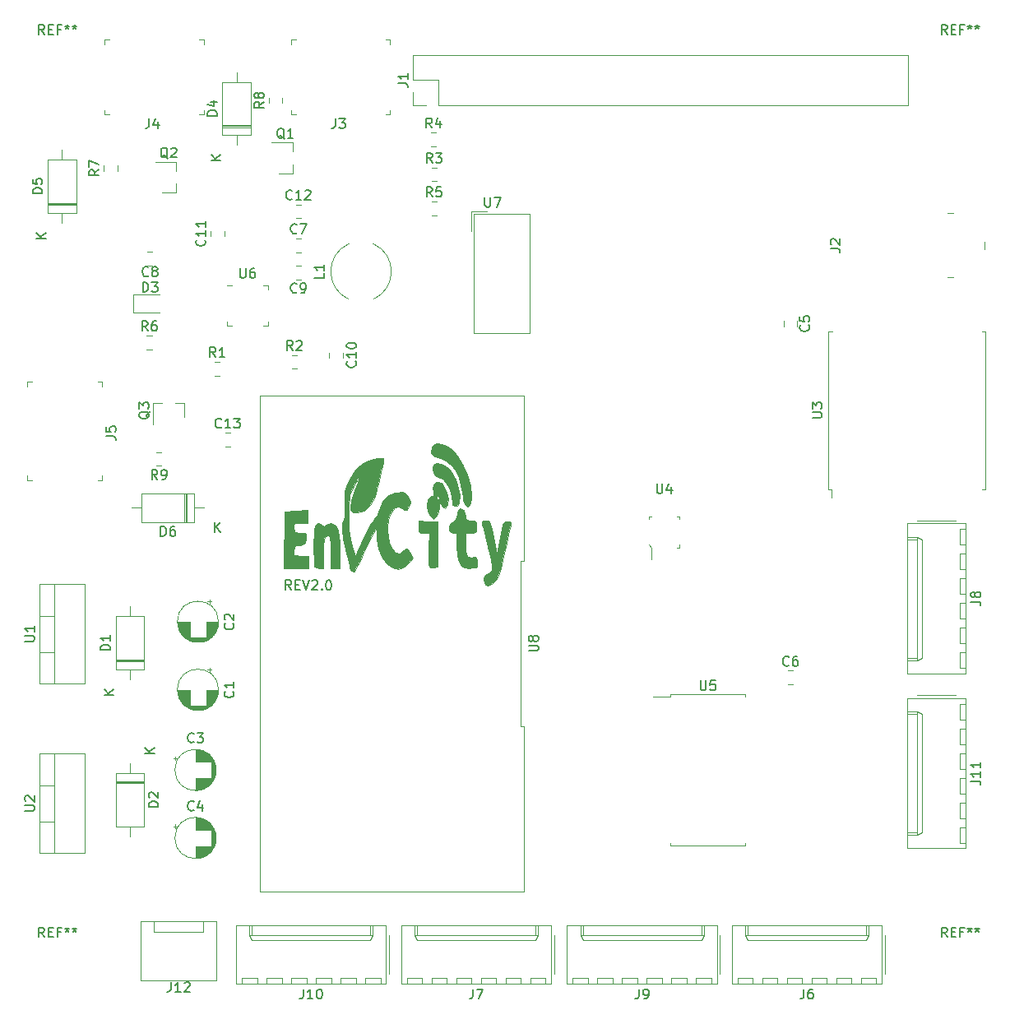
<source format=gbr>
G04 #@! TF.GenerationSoftware,KiCad,Pcbnew,(5.1.5)-3*
G04 #@! TF.CreationDate,2022-02-09T23:25:39-03:00*
G04 #@! TF.ProjectId,envcity_pcb,656e7663-6974-4795-9f70-63622e6b6963,rev?*
G04 #@! TF.SameCoordinates,Original*
G04 #@! TF.FileFunction,Legend,Top*
G04 #@! TF.FilePolarity,Positive*
%FSLAX46Y46*%
G04 Gerber Fmt 4.6, Leading zero omitted, Abs format (unit mm)*
G04 Created by KiCad (PCBNEW (5.1.5)-3) date 2022-02-09 23:25:39*
%MOMM*%
%LPD*%
G04 APERTURE LIST*
%ADD10C,0.150000*%
%ADD11C,0.010000*%
%ADD12C,0.100000*%
%ADD13C,0.120000*%
G04 APERTURE END LIST*
D10*
X106608095Y-93462380D02*
X106274761Y-92986190D01*
X106036666Y-93462380D02*
X106036666Y-92462380D01*
X106417619Y-92462380D01*
X106512857Y-92510000D01*
X106560476Y-92557619D01*
X106608095Y-92652857D01*
X106608095Y-92795714D01*
X106560476Y-92890952D01*
X106512857Y-92938571D01*
X106417619Y-92986190D01*
X106036666Y-92986190D01*
X107036666Y-92938571D02*
X107370000Y-92938571D01*
X107512857Y-93462380D02*
X107036666Y-93462380D01*
X107036666Y-92462380D01*
X107512857Y-92462380D01*
X107798571Y-92462380D02*
X108131904Y-93462380D01*
X108465238Y-92462380D01*
X108750952Y-92557619D02*
X108798571Y-92510000D01*
X108893809Y-92462380D01*
X109131904Y-92462380D01*
X109227142Y-92510000D01*
X109274761Y-92557619D01*
X109322380Y-92652857D01*
X109322380Y-92748095D01*
X109274761Y-92890952D01*
X108703333Y-93462380D01*
X109322380Y-93462380D01*
X109750952Y-93367142D02*
X109798571Y-93414761D01*
X109750952Y-93462380D01*
X109703333Y-93414761D01*
X109750952Y-93367142D01*
X109750952Y-93462380D01*
X110417619Y-92462380D02*
X110512857Y-92462380D01*
X110608095Y-92510000D01*
X110655714Y-92557619D01*
X110703333Y-92652857D01*
X110750952Y-92843333D01*
X110750952Y-93081428D01*
X110703333Y-93271904D01*
X110655714Y-93367142D01*
X110608095Y-93414761D01*
X110512857Y-93462380D01*
X110417619Y-93462380D01*
X110322380Y-93414761D01*
X110274761Y-93367142D01*
X110227142Y-93271904D01*
X110179523Y-93081428D01*
X110179523Y-92843333D01*
X110227142Y-92652857D01*
X110274761Y-92557619D01*
X110322380Y-92510000D01*
X110417619Y-92462380D01*
D11*
G36*
X122081039Y-78438917D02*
G01*
X122640116Y-78670565D01*
X123106238Y-78982290D01*
X123696451Y-79622260D01*
X124242156Y-80533852D01*
X124699111Y-81609403D01*
X125023075Y-82741246D01*
X125169807Y-83821715D01*
X125174000Y-84014417D01*
X125080538Y-84474178D01*
X124865485Y-84805477D01*
X124729500Y-84865000D01*
X124524515Y-84729248D01*
X124437400Y-84611000D01*
X124307693Y-84196008D01*
X124282210Y-83923083D01*
X124216885Y-83397205D01*
X124055151Y-82682446D01*
X123841101Y-81942589D01*
X123618830Y-81341421D01*
X123547766Y-81195032D01*
X123126467Y-80644848D01*
X122547847Y-80186645D01*
X121908293Y-79892101D01*
X121739372Y-79850266D01*
X121329386Y-79724135D01*
X121109866Y-79520490D01*
X121033994Y-79295998D01*
X121040008Y-78825888D01*
X121242306Y-78522434D01*
X121602209Y-78391492D01*
X122081039Y-78438917D01*
G37*
X122081039Y-78438917D02*
X122640116Y-78670565D01*
X123106238Y-78982290D01*
X123696451Y-79622260D01*
X124242156Y-80533852D01*
X124699111Y-81609403D01*
X125023075Y-82741246D01*
X125169807Y-83821715D01*
X125174000Y-84014417D01*
X125080538Y-84474178D01*
X124865485Y-84805477D01*
X124729500Y-84865000D01*
X124524515Y-84729248D01*
X124437400Y-84611000D01*
X124307693Y-84196008D01*
X124282210Y-83923083D01*
X124216885Y-83397205D01*
X124055151Y-82682446D01*
X123841101Y-81942589D01*
X123618830Y-81341421D01*
X123547766Y-81195032D01*
X123126467Y-80644848D01*
X122547847Y-80186645D01*
X121908293Y-79892101D01*
X121739372Y-79850266D01*
X121329386Y-79724135D01*
X121109866Y-79520490D01*
X121033994Y-79295998D01*
X121040008Y-78825888D01*
X121242306Y-78522434D01*
X121602209Y-78391492D01*
X122081039Y-78438917D01*
G36*
X122008781Y-80459969D02*
G01*
X122465732Y-80681596D01*
X122907036Y-81074645D01*
X123087702Y-81308527D01*
X123508201Y-82075184D01*
X123800733Y-82914416D01*
X123942521Y-83728680D01*
X123910784Y-84420429D01*
X123857876Y-84606474D01*
X123672560Y-84812002D01*
X123417244Y-84857584D01*
X123233589Y-84720782D01*
X123227929Y-84706250D01*
X123164602Y-84405243D01*
X123087572Y-83892143D01*
X123083253Y-83858896D01*
X122903633Y-83150827D01*
X122592937Y-82512212D01*
X122221429Y-82057961D01*
X121886504Y-81901666D01*
X121489684Y-81775752D01*
X121215063Y-81450121D01*
X121123887Y-81002940D01*
X121129237Y-80935176D01*
X121282013Y-80575603D01*
X121594701Y-80420919D01*
X122008781Y-80459969D01*
G37*
X122008781Y-80459969D02*
X122465732Y-80681596D01*
X122907036Y-81074645D01*
X123087702Y-81308527D01*
X123508201Y-82075184D01*
X123800733Y-82914416D01*
X123942521Y-83728680D01*
X123910784Y-84420429D01*
X123857876Y-84606474D01*
X123672560Y-84812002D01*
X123417244Y-84857584D01*
X123233589Y-84720782D01*
X123227929Y-84706250D01*
X123164602Y-84405243D01*
X123087572Y-83892143D01*
X123083253Y-83858896D01*
X122903633Y-83150827D01*
X122592937Y-82512212D01*
X122221429Y-82057961D01*
X121886504Y-81901666D01*
X121489684Y-81775752D01*
X121215063Y-81450121D01*
X121123887Y-81002940D01*
X121129237Y-80935176D01*
X121282013Y-80575603D01*
X121594701Y-80420919D01*
X122008781Y-80459969D01*
G36*
X122066030Y-82489060D02*
G01*
X122382964Y-82909343D01*
X122618685Y-83478002D01*
X122734254Y-84087192D01*
X122690733Y-84629066D01*
X122608600Y-84822666D01*
X122404249Y-85053761D01*
X122206123Y-84945272D01*
X122071571Y-84744047D01*
X121925470Y-84545244D01*
X121876287Y-84688384D01*
X121872000Y-84943711D01*
X121779951Y-85404150D01*
X121563111Y-85850418D01*
X121310437Y-86115628D01*
X121237000Y-86135000D01*
X121091703Y-86026320D01*
X120884258Y-85805497D01*
X120657969Y-85345139D01*
X120597643Y-84786108D01*
X120686789Y-84259108D01*
X120908913Y-83894841D01*
X121037891Y-83844865D01*
X121502684Y-83844865D01*
X121593672Y-83991816D01*
X121618000Y-84018333D01*
X121809102Y-84203156D01*
X121868007Y-84148189D01*
X121872000Y-84018333D01*
X121767284Y-83840431D01*
X121649750Y-83809907D01*
X121502684Y-83844865D01*
X121037891Y-83844865D01*
X121136476Y-83806666D01*
X121290604Y-83752377D01*
X121255128Y-83515245D01*
X121213967Y-83400520D01*
X121150727Y-82924366D01*
X121296547Y-82536499D01*
X121606550Y-82334846D01*
X121706819Y-82325000D01*
X122066030Y-82489060D01*
G37*
X122066030Y-82489060D02*
X122382964Y-82909343D01*
X122618685Y-83478002D01*
X122734254Y-84087192D01*
X122690733Y-84629066D01*
X122608600Y-84822666D01*
X122404249Y-85053761D01*
X122206123Y-84945272D01*
X122071571Y-84744047D01*
X121925470Y-84545244D01*
X121876287Y-84688384D01*
X121872000Y-84943711D01*
X121779951Y-85404150D01*
X121563111Y-85850418D01*
X121310437Y-86115628D01*
X121237000Y-86135000D01*
X121091703Y-86026320D01*
X120884258Y-85805497D01*
X120657969Y-85345139D01*
X120597643Y-84786108D01*
X120686789Y-84259108D01*
X120908913Y-83894841D01*
X121037891Y-83844865D01*
X121502684Y-83844865D01*
X121593672Y-83991816D01*
X121618000Y-84018333D01*
X121809102Y-84203156D01*
X121868007Y-84148189D01*
X121872000Y-84018333D01*
X121767284Y-83840431D01*
X121649750Y-83809907D01*
X121502684Y-83844865D01*
X121037891Y-83844865D01*
X121136476Y-83806666D01*
X121290604Y-83752377D01*
X121255128Y-83515245D01*
X121213967Y-83400520D01*
X121150727Y-82924366D01*
X121296547Y-82536499D01*
X121606550Y-82334846D01*
X121706819Y-82325000D01*
X122066030Y-82489060D01*
G36*
X124124790Y-85115289D02*
G01*
X124397392Y-85265920D01*
X124507273Y-85663132D01*
X124515685Y-85764583D01*
X124563784Y-86126253D01*
X124691102Y-86295739D01*
X124971930Y-86344724D01*
X125118935Y-86346666D01*
X125467020Y-86365813D01*
X125630628Y-86475445D01*
X125679178Y-86753849D01*
X125682000Y-86981666D01*
X125665433Y-87372137D01*
X125569778Y-87557077D01*
X125326104Y-87613077D01*
X125110500Y-87616666D01*
X124539000Y-87616666D01*
X124539000Y-88776800D01*
X124550156Y-89452608D01*
X124602098Y-89821495D01*
X124722535Y-89999310D01*
X124847334Y-90065912D01*
X125191572Y-90116594D01*
X125403333Y-90063881D01*
X125602007Y-90058756D01*
X125701610Y-90381753D01*
X125711817Y-90463127D01*
X125734694Y-90903165D01*
X125706151Y-91104192D01*
X125552502Y-91164687D01*
X125225440Y-91204934D01*
X124920971Y-91215000D01*
X124464873Y-91179724D01*
X124170818Y-91044436D01*
X123949064Y-90764944D01*
X123926137Y-90725107D01*
X123762337Y-90340661D01*
X123677635Y-89840632D01*
X123650453Y-89084427D01*
X123650000Y-88925941D01*
X123650000Y-87616666D01*
X123269000Y-87616666D01*
X122996068Y-87558665D01*
X122896490Y-87316677D01*
X122888000Y-87104318D01*
X122953966Y-86695056D01*
X123195430Y-86481450D01*
X123254506Y-86457805D01*
X123548747Y-86232421D01*
X123688839Y-85753535D01*
X123697546Y-85685859D01*
X123786186Y-85239662D01*
X123956656Y-85100943D01*
X124124790Y-85115289D01*
G37*
X124124790Y-85115289D02*
X124397392Y-85265920D01*
X124507273Y-85663132D01*
X124515685Y-85764583D01*
X124563784Y-86126253D01*
X124691102Y-86295739D01*
X124971930Y-86344724D01*
X125118935Y-86346666D01*
X125467020Y-86365813D01*
X125630628Y-86475445D01*
X125679178Y-86753849D01*
X125682000Y-86981666D01*
X125665433Y-87372137D01*
X125569778Y-87557077D01*
X125326104Y-87613077D01*
X125110500Y-87616666D01*
X124539000Y-87616666D01*
X124539000Y-88776800D01*
X124550156Y-89452608D01*
X124602098Y-89821495D01*
X124722535Y-89999310D01*
X124847334Y-90065912D01*
X125191572Y-90116594D01*
X125403333Y-90063881D01*
X125602007Y-90058756D01*
X125701610Y-90381753D01*
X125711817Y-90463127D01*
X125734694Y-90903165D01*
X125706151Y-91104192D01*
X125552502Y-91164687D01*
X125225440Y-91204934D01*
X124920971Y-91215000D01*
X124464873Y-91179724D01*
X124170818Y-91044436D01*
X123949064Y-90764944D01*
X123926137Y-90725107D01*
X123762337Y-90340661D01*
X123677635Y-89840632D01*
X123650453Y-89084427D01*
X123650000Y-88925941D01*
X123650000Y-87616666D01*
X123269000Y-87616666D01*
X122996068Y-87558665D01*
X122896490Y-87316677D01*
X122888000Y-87104318D01*
X122953966Y-86695056D01*
X123195430Y-86481450D01*
X123254506Y-86457805D01*
X123548747Y-86232421D01*
X123688839Y-85753535D01*
X123697546Y-85685859D01*
X123786186Y-85239662D01*
X123956656Y-85100943D01*
X124124790Y-85115289D01*
G36*
X120697250Y-86390679D02*
G01*
X121681500Y-86452500D01*
X121681500Y-91109166D01*
X121267876Y-91175602D01*
X120917062Y-91134674D01*
X120780911Y-90923495D01*
X120749910Y-90561227D01*
X120738700Y-89915269D01*
X120749642Y-89124269D01*
X120750035Y-89110332D01*
X120792500Y-87615712D01*
X120252750Y-87616189D01*
X119914069Y-87595357D01*
X119758394Y-87475754D01*
X119714875Y-87172920D01*
X119713000Y-86972763D01*
X119713000Y-86328859D01*
X120697250Y-86390679D01*
G37*
X120697250Y-86390679D02*
X121681500Y-86452500D01*
X121681500Y-91109166D01*
X121267876Y-91175602D01*
X120917062Y-91134674D01*
X120780911Y-90923495D01*
X120749910Y-90561227D01*
X120738700Y-89915269D01*
X120749642Y-89124269D01*
X120750035Y-89110332D01*
X120792500Y-87615712D01*
X120252750Y-87616189D01*
X119914069Y-87595357D01*
X119758394Y-87475754D01*
X119714875Y-87172920D01*
X119713000Y-86972763D01*
X119713000Y-86328859D01*
X120697250Y-86390679D01*
G36*
X109639732Y-86658105D02*
G01*
X109767965Y-86789608D01*
X109964887Y-86911994D01*
X110166016Y-86789608D01*
X110635096Y-86563530D01*
X111057367Y-86731544D01*
X111321782Y-87116045D01*
X111457528Y-87477046D01*
X111537974Y-87925895D01*
X111576112Y-88577505D01*
X111585000Y-89444378D01*
X111585000Y-91215000D01*
X110696000Y-91215000D01*
X110696000Y-89639991D01*
X110679645Y-88719442D01*
X110618722Y-88160279D01*
X110495439Y-87902917D01*
X110292003Y-87887767D01*
X110186863Y-87934767D01*
X110055775Y-88052539D01*
X109979401Y-88297070D01*
X109943554Y-88764131D01*
X109934048Y-89549495D01*
X109934000Y-89641763D01*
X109934000Y-91215000D01*
X109510666Y-91215000D01*
X109196860Y-91176275D01*
X109008401Y-91082221D01*
X109002666Y-91073888D01*
X108958361Y-90794910D01*
X108930873Y-90213502D01*
X108920368Y-89449656D01*
X108927011Y-88623366D01*
X108950965Y-87854624D01*
X108992397Y-87263421D01*
X108997375Y-87219791D01*
X109105927Y-86730095D01*
X109302629Y-86561975D01*
X109352975Y-86558333D01*
X109639732Y-86658105D01*
G37*
X109639732Y-86658105D02*
X109767965Y-86789608D01*
X109964887Y-86911994D01*
X110166016Y-86789608D01*
X110635096Y-86563530D01*
X111057367Y-86731544D01*
X111321782Y-87116045D01*
X111457528Y-87477046D01*
X111537974Y-87925895D01*
X111576112Y-88577505D01*
X111585000Y-89444378D01*
X111585000Y-91215000D01*
X110696000Y-91215000D01*
X110696000Y-89639991D01*
X110679645Y-88719442D01*
X110618722Y-88160279D01*
X110495439Y-87902917D01*
X110292003Y-87887767D01*
X110186863Y-87934767D01*
X110055775Y-88052539D01*
X109979401Y-88297070D01*
X109943554Y-88764131D01*
X109934048Y-89549495D01*
X109934000Y-89641763D01*
X109934000Y-91215000D01*
X109510666Y-91215000D01*
X109196860Y-91176275D01*
X109008401Y-91082221D01*
X109002666Y-91073888D01*
X108958361Y-90794910D01*
X108930873Y-90213502D01*
X108920368Y-89449656D01*
X108927011Y-88623366D01*
X108950965Y-87854624D01*
X108992397Y-87263421D01*
X108997375Y-87219791D01*
X109105927Y-86730095D01*
X109302629Y-86561975D01*
X109352975Y-86558333D01*
X109639732Y-86658105D01*
G36*
X108283000Y-86558333D02*
G01*
X107538611Y-86558333D01*
X107124234Y-86567881D01*
X106908453Y-86625107D01*
X106835876Y-86772880D01*
X106851117Y-87054070D01*
X106854916Y-87087500D01*
X106917056Y-87404933D01*
X107055979Y-87561751D01*
X107343632Y-87613186D01*
X107544240Y-87616666D01*
X107916597Y-87630311D01*
X108096418Y-87711757D01*
X108145133Y-87921768D01*
X108132685Y-88198750D01*
X108083112Y-88558098D01*
X107951327Y-88741957D01*
X107665010Y-88824461D01*
X107502831Y-88844423D01*
X107133488Y-88914318D01*
X106944472Y-89063575D01*
X106862239Y-89358143D01*
X106853692Y-89426506D01*
X106834292Y-89707184D01*
X106893495Y-89862330D01*
X107084965Y-89929121D01*
X107462366Y-89944735D01*
X107602111Y-89945000D01*
X108410000Y-89945000D01*
X108410000Y-91215000D01*
X105862832Y-91215000D01*
X105933500Y-85394166D01*
X107108250Y-85333307D01*
X108283000Y-85272447D01*
X108283000Y-86558333D01*
G37*
X108283000Y-86558333D02*
X107538611Y-86558333D01*
X107124234Y-86567881D01*
X106908453Y-86625107D01*
X106835876Y-86772880D01*
X106851117Y-87054070D01*
X106854916Y-87087500D01*
X106917056Y-87404933D01*
X107055979Y-87561751D01*
X107343632Y-87613186D01*
X107544240Y-87616666D01*
X107916597Y-87630311D01*
X108096418Y-87711757D01*
X108145133Y-87921768D01*
X108132685Y-88198750D01*
X108083112Y-88558098D01*
X107951327Y-88741957D01*
X107665010Y-88824461D01*
X107502831Y-88844423D01*
X107133488Y-88914318D01*
X106944472Y-89063575D01*
X106862239Y-89358143D01*
X106853692Y-89426506D01*
X106834292Y-89707184D01*
X106893495Y-89862330D01*
X107084965Y-89929121D01*
X107462366Y-89944735D01*
X107602111Y-89945000D01*
X108410000Y-89945000D01*
X108410000Y-91215000D01*
X105862832Y-91215000D01*
X105933500Y-85394166D01*
X107108250Y-85333307D01*
X108283000Y-85272447D01*
X108283000Y-86558333D01*
G36*
X116050303Y-79945838D02*
G01*
X116065669Y-80228345D01*
X115977647Y-80728424D01*
X115916450Y-80960589D01*
X115718758Y-81745193D01*
X115549828Y-82577086D01*
X115531607Y-82685792D01*
X115225363Y-83857659D01*
X114743501Y-84736892D01*
X114109370Y-85293997D01*
X113346319Y-85499484D01*
X113303579Y-85500000D01*
X112948117Y-85476256D01*
X112779629Y-85368204D01*
X112731689Y-85120614D01*
X112730789Y-85023750D01*
X112817635Y-84314439D01*
X113038830Y-83468851D01*
X113345699Y-82644245D01*
X113647732Y-82061190D01*
X113856448Y-81705076D01*
X113873369Y-81595129D01*
X113787154Y-81654458D01*
X113346122Y-82188553D01*
X112938148Y-82925398D01*
X112650480Y-83699582D01*
X112603930Y-83897701D01*
X112504750Y-84810876D01*
X112496562Y-85951567D01*
X112570529Y-87158028D01*
X112717813Y-88268510D01*
X112881360Y-88975396D01*
X113196062Y-90007447D01*
X113996151Y-88255712D01*
X114370493Y-87478598D01*
X114731174Y-86803259D01*
X115027066Y-86322014D01*
X115156462Y-86160738D01*
X115464192Y-85725359D01*
X115664951Y-85222530D01*
X116005284Y-84389469D01*
X116536569Y-83793997D01*
X117228339Y-83466281D01*
X117483137Y-83422404D01*
X117944909Y-83396275D01*
X118244516Y-83461393D01*
X118471374Y-83650693D01*
X118609590Y-83837324D01*
X118827985Y-84184814D01*
X118872158Y-84428476D01*
X118758950Y-84743417D01*
X118707477Y-84855003D01*
X118510065Y-85201813D01*
X118318658Y-85239869D01*
X118131303Y-85119586D01*
X117664107Y-84887913D01*
X117274234Y-85015437D01*
X116909230Y-85483717D01*
X116689079Y-85910396D01*
X116577730Y-86350463D01*
X116540191Y-86975053D01*
X116538000Y-87299166D01*
X116556537Y-88039762D01*
X116635480Y-88530284D01*
X116809822Y-88941869D01*
X116909230Y-89114615D01*
X117335151Y-89614691D01*
X117764346Y-89693176D01*
X118173480Y-89388959D01*
X118383274Y-89184044D01*
X118543908Y-89219734D01*
X118759309Y-89529552D01*
X118795483Y-89589593D01*
X119122488Y-90134601D01*
X118814494Y-90565311D01*
X118245730Y-91115385D01*
X117629321Y-91307706D01*
X117010270Y-91178691D01*
X116433578Y-90764756D01*
X115944247Y-90102315D01*
X115587279Y-89227786D01*
X115407676Y-88177584D01*
X115395000Y-87798235D01*
X115395000Y-87119540D01*
X115065612Y-87632686D01*
X114822925Y-88064186D01*
X114502614Y-88703284D01*
X114173796Y-89412043D01*
X114172112Y-89415833D01*
X113685086Y-90478218D01*
X113320107Y-91198668D01*
X113081146Y-91569711D01*
X113000420Y-91621622D01*
X112818766Y-91535532D01*
X112759750Y-91498150D01*
X112627242Y-91223355D01*
X112601000Y-90979658D01*
X112545701Y-90587437D01*
X112401012Y-89961436D01*
X112206790Y-89266387D01*
X111934455Y-88191597D01*
X111812123Y-87288632D01*
X111843802Y-86612473D01*
X111988086Y-86265128D01*
X112108503Y-85996615D01*
X112146122Y-85519488D01*
X112125178Y-84925346D01*
X112103853Y-84175068D01*
X112121402Y-83513974D01*
X112144226Y-83283641D01*
X112335527Y-82627447D01*
X112689081Y-81902816D01*
X113138103Y-81224321D01*
X113615808Y-80706535D01*
X113674273Y-80658770D01*
X114069589Y-80408768D01*
X114556070Y-80184870D01*
X115065846Y-80007442D01*
X115531045Y-79896849D01*
X115883796Y-79873454D01*
X116050303Y-79945838D01*
G37*
X116050303Y-79945838D02*
X116065669Y-80228345D01*
X115977647Y-80728424D01*
X115916450Y-80960589D01*
X115718758Y-81745193D01*
X115549828Y-82577086D01*
X115531607Y-82685792D01*
X115225363Y-83857659D01*
X114743501Y-84736892D01*
X114109370Y-85293997D01*
X113346319Y-85499484D01*
X113303579Y-85500000D01*
X112948117Y-85476256D01*
X112779629Y-85368204D01*
X112731689Y-85120614D01*
X112730789Y-85023750D01*
X112817635Y-84314439D01*
X113038830Y-83468851D01*
X113345699Y-82644245D01*
X113647732Y-82061190D01*
X113856448Y-81705076D01*
X113873369Y-81595129D01*
X113787154Y-81654458D01*
X113346122Y-82188553D01*
X112938148Y-82925398D01*
X112650480Y-83699582D01*
X112603930Y-83897701D01*
X112504750Y-84810876D01*
X112496562Y-85951567D01*
X112570529Y-87158028D01*
X112717813Y-88268510D01*
X112881360Y-88975396D01*
X113196062Y-90007447D01*
X113996151Y-88255712D01*
X114370493Y-87478598D01*
X114731174Y-86803259D01*
X115027066Y-86322014D01*
X115156462Y-86160738D01*
X115464192Y-85725359D01*
X115664951Y-85222530D01*
X116005284Y-84389469D01*
X116536569Y-83793997D01*
X117228339Y-83466281D01*
X117483137Y-83422404D01*
X117944909Y-83396275D01*
X118244516Y-83461393D01*
X118471374Y-83650693D01*
X118609590Y-83837324D01*
X118827985Y-84184814D01*
X118872158Y-84428476D01*
X118758950Y-84743417D01*
X118707477Y-84855003D01*
X118510065Y-85201813D01*
X118318658Y-85239869D01*
X118131303Y-85119586D01*
X117664107Y-84887913D01*
X117274234Y-85015437D01*
X116909230Y-85483717D01*
X116689079Y-85910396D01*
X116577730Y-86350463D01*
X116540191Y-86975053D01*
X116538000Y-87299166D01*
X116556537Y-88039762D01*
X116635480Y-88530284D01*
X116809822Y-88941869D01*
X116909230Y-89114615D01*
X117335151Y-89614691D01*
X117764346Y-89693176D01*
X118173480Y-89388959D01*
X118383274Y-89184044D01*
X118543908Y-89219734D01*
X118759309Y-89529552D01*
X118795483Y-89589593D01*
X119122488Y-90134601D01*
X118814494Y-90565311D01*
X118245730Y-91115385D01*
X117629321Y-91307706D01*
X117010270Y-91178691D01*
X116433578Y-90764756D01*
X115944247Y-90102315D01*
X115587279Y-89227786D01*
X115407676Y-88177584D01*
X115395000Y-87798235D01*
X115395000Y-87119540D01*
X115065612Y-87632686D01*
X114822925Y-88064186D01*
X114502614Y-88703284D01*
X114173796Y-89412043D01*
X114172112Y-89415833D01*
X113685086Y-90478218D01*
X113320107Y-91198668D01*
X113081146Y-91569711D01*
X113000420Y-91621622D01*
X112818766Y-91535532D01*
X112759750Y-91498150D01*
X112627242Y-91223355D01*
X112601000Y-90979658D01*
X112545701Y-90587437D01*
X112401012Y-89961436D01*
X112206790Y-89266387D01*
X111934455Y-88191597D01*
X111812123Y-87288632D01*
X111843802Y-86612473D01*
X111988086Y-86265128D01*
X112108503Y-85996615D01*
X112146122Y-85519488D01*
X112125178Y-84925346D01*
X112103853Y-84175068D01*
X112121402Y-83513974D01*
X112144226Y-83283641D01*
X112335527Y-82627447D01*
X112689081Y-81902816D01*
X113138103Y-81224321D01*
X113615808Y-80706535D01*
X113674273Y-80658770D01*
X114069589Y-80408768D01*
X114556070Y-80184870D01*
X115065846Y-80007442D01*
X115531045Y-79896849D01*
X115883796Y-79873454D01*
X116050303Y-79945838D01*
G36*
X126611449Y-86346666D02*
G01*
X126832102Y-86361017D01*
X126985080Y-86456913D01*
X127108249Y-86713620D01*
X127239472Y-87210402D01*
X127416612Y-88026526D01*
X127418787Y-88036770D01*
X127777500Y-89726874D01*
X128104933Y-88089687D01*
X128273422Y-87278195D01*
X128403454Y-86785908D01*
X128531573Y-86527574D01*
X128694325Y-86417941D01*
X128835183Y-86386172D01*
X129110669Y-86400891D01*
X129237117Y-86526174D01*
X129238000Y-86540668D01*
X129192913Y-86814424D01*
X129071988Y-87387288D01*
X128896727Y-88167355D01*
X128688633Y-89062721D01*
X128469209Y-89981480D01*
X128259956Y-90831728D01*
X128082378Y-91521560D01*
X128015348Y-91766441D01*
X127747571Y-92355960D01*
X127361883Y-92800729D01*
X126944121Y-93027146D01*
X126602750Y-92977700D01*
X126478777Y-92708346D01*
X126444000Y-92375587D01*
X126509469Y-91981144D01*
X126749161Y-91817993D01*
X126780440Y-91811142D01*
X127073844Y-91693950D01*
X127235089Y-91448475D01*
X127265614Y-91018895D01*
X127166861Y-90349387D01*
X126940271Y-89384127D01*
X126851859Y-89044716D01*
X126566672Y-87968413D01*
X126374092Y-87222581D01*
X126268763Y-86747111D01*
X126245330Y-86481894D01*
X126298437Y-86366821D01*
X126422727Y-86341781D01*
X126611449Y-86346666D01*
G37*
X126611449Y-86346666D02*
X126832102Y-86361017D01*
X126985080Y-86456913D01*
X127108249Y-86713620D01*
X127239472Y-87210402D01*
X127416612Y-88026526D01*
X127418787Y-88036770D01*
X127777500Y-89726874D01*
X128104933Y-88089687D01*
X128273422Y-87278195D01*
X128403454Y-86785908D01*
X128531573Y-86527574D01*
X128694325Y-86417941D01*
X128835183Y-86386172D01*
X129110669Y-86400891D01*
X129237117Y-86526174D01*
X129238000Y-86540668D01*
X129192913Y-86814424D01*
X129071988Y-87387288D01*
X128896727Y-88167355D01*
X128688633Y-89062721D01*
X128469209Y-89981480D01*
X128259956Y-90831728D01*
X128082378Y-91521560D01*
X128015348Y-91766441D01*
X127747571Y-92355960D01*
X127361883Y-92800729D01*
X126944121Y-93027146D01*
X126602750Y-92977700D01*
X126478777Y-92708346D01*
X126444000Y-92375587D01*
X126509469Y-91981144D01*
X126749161Y-91817993D01*
X126780440Y-91811142D01*
X127073844Y-91693950D01*
X127235089Y-91448475D01*
X127265614Y-91018895D01*
X127166861Y-90349387D01*
X126940271Y-89384127D01*
X126851859Y-89044716D01*
X126566672Y-87968413D01*
X126374092Y-87222581D01*
X126268763Y-86747111D01*
X126245330Y-86481894D01*
X126298437Y-86366821D01*
X126422727Y-86341781D01*
X126611449Y-86346666D01*
D12*
X87150000Y-82200000D02*
X87150000Y-81700000D01*
X87150000Y-82200000D02*
X86700000Y-82200000D01*
X87150000Y-72000000D02*
X86700000Y-72000000D01*
X87150000Y-72000000D02*
X87150000Y-72500000D01*
X79450000Y-72000000D02*
X79450000Y-72500000D01*
X79450000Y-72000000D02*
X79950000Y-72000000D01*
X79450000Y-82200000D02*
X79950000Y-82200000D01*
X79450000Y-82200000D02*
X79450000Y-81700000D01*
X87400000Y-44550000D02*
X87900000Y-44550000D01*
X87400000Y-44550000D02*
X87400000Y-44100000D01*
X97600000Y-44550000D02*
X97600000Y-44100000D01*
X97600000Y-44550000D02*
X97100000Y-44550000D01*
X97600000Y-36850000D02*
X97100000Y-36850000D01*
X97600000Y-36850000D02*
X97600000Y-37350000D01*
X87400000Y-36850000D02*
X87400000Y-37350000D01*
X87400000Y-36850000D02*
X87900000Y-36850000D01*
X106600000Y-44550000D02*
X107100000Y-44550000D01*
X106600000Y-44550000D02*
X106600000Y-44100000D01*
X116800000Y-44550000D02*
X116800000Y-44100000D01*
X116800000Y-44550000D02*
X116300000Y-44550000D01*
X116800000Y-36850000D02*
X116300000Y-36850000D01*
X116800000Y-36850000D02*
X116800000Y-37350000D01*
X106600000Y-36850000D02*
X106600000Y-37350000D01*
X106600000Y-36850000D02*
X107100000Y-36850000D01*
D13*
X98395000Y-101680199D02*
X97995000Y-101680199D01*
X98195000Y-101480199D02*
X98195000Y-101880199D01*
X97370000Y-105831000D02*
X96630000Y-105831000D01*
X97537000Y-105791000D02*
X96463000Y-105791000D01*
X97664000Y-105751000D02*
X96336000Y-105751000D01*
X97768000Y-105711000D02*
X96232000Y-105711000D01*
X97859000Y-105671000D02*
X96141000Y-105671000D01*
X97940000Y-105631000D02*
X96060000Y-105631000D01*
X98013000Y-105591000D02*
X95987000Y-105591000D01*
X98080000Y-105551000D02*
X95920000Y-105551000D01*
X98142000Y-105511000D02*
X95858000Y-105511000D01*
X98200000Y-105471000D02*
X95800000Y-105471000D01*
X98254000Y-105431000D02*
X95746000Y-105431000D01*
X98304000Y-105391000D02*
X95696000Y-105391000D01*
X98351000Y-105351000D02*
X95649000Y-105351000D01*
X96160000Y-105311000D02*
X95604000Y-105311000D01*
X98396000Y-105311000D02*
X97840000Y-105311000D01*
X96160000Y-105271000D02*
X95562000Y-105271000D01*
X98438000Y-105271000D02*
X97840000Y-105271000D01*
X96160000Y-105231000D02*
X95522000Y-105231000D01*
X98478000Y-105231000D02*
X97840000Y-105231000D01*
X96160000Y-105191000D02*
X95484000Y-105191000D01*
X98516000Y-105191000D02*
X97840000Y-105191000D01*
X96160000Y-105151000D02*
X95448000Y-105151000D01*
X98552000Y-105151000D02*
X97840000Y-105151000D01*
X96160000Y-105111000D02*
X95413000Y-105111000D01*
X98587000Y-105111000D02*
X97840000Y-105111000D01*
X96160000Y-105071000D02*
X95381000Y-105071000D01*
X98619000Y-105071000D02*
X97840000Y-105071000D01*
X96160000Y-105031000D02*
X95350000Y-105031000D01*
X98650000Y-105031000D02*
X97840000Y-105031000D01*
X96160000Y-104991000D02*
X95320000Y-104991000D01*
X98680000Y-104991000D02*
X97840000Y-104991000D01*
X96160000Y-104951000D02*
X95292000Y-104951000D01*
X98708000Y-104951000D02*
X97840000Y-104951000D01*
X96160000Y-104911000D02*
X95265000Y-104911000D01*
X98735000Y-104911000D02*
X97840000Y-104911000D01*
X96160000Y-104871000D02*
X95240000Y-104871000D01*
X98760000Y-104871000D02*
X97840000Y-104871000D01*
X96160000Y-104831000D02*
X95215000Y-104831000D01*
X98785000Y-104831000D02*
X97840000Y-104831000D01*
X96160000Y-104791000D02*
X95192000Y-104791000D01*
X98808000Y-104791000D02*
X97840000Y-104791000D01*
X96160000Y-104751000D02*
X95170000Y-104751000D01*
X98830000Y-104751000D02*
X97840000Y-104751000D01*
X96160000Y-104711000D02*
X95149000Y-104711000D01*
X98851000Y-104711000D02*
X97840000Y-104711000D01*
X96160000Y-104671000D02*
X95130000Y-104671000D01*
X98870000Y-104671000D02*
X97840000Y-104671000D01*
X96160000Y-104631000D02*
X95111000Y-104631000D01*
X98889000Y-104631000D02*
X97840000Y-104631000D01*
X96160000Y-104591000D02*
X95093000Y-104591000D01*
X98907000Y-104591000D02*
X97840000Y-104591000D01*
X96160000Y-104551000D02*
X95076000Y-104551000D01*
X98924000Y-104551000D02*
X97840000Y-104551000D01*
X96160000Y-104511000D02*
X95060000Y-104511000D01*
X98940000Y-104511000D02*
X97840000Y-104511000D01*
X96160000Y-104471000D02*
X95046000Y-104471000D01*
X98954000Y-104471000D02*
X97840000Y-104471000D01*
X96160000Y-104430000D02*
X95032000Y-104430000D01*
X98968000Y-104430000D02*
X97840000Y-104430000D01*
X96160000Y-104390000D02*
X95018000Y-104390000D01*
X98982000Y-104390000D02*
X97840000Y-104390000D01*
X96160000Y-104350000D02*
X95006000Y-104350000D01*
X98994000Y-104350000D02*
X97840000Y-104350000D01*
X96160000Y-104310000D02*
X94995000Y-104310000D01*
X99005000Y-104310000D02*
X97840000Y-104310000D01*
X96160000Y-104270000D02*
X94984000Y-104270000D01*
X99016000Y-104270000D02*
X97840000Y-104270000D01*
X96160000Y-104230000D02*
X94975000Y-104230000D01*
X99025000Y-104230000D02*
X97840000Y-104230000D01*
X96160000Y-104190000D02*
X94966000Y-104190000D01*
X99034000Y-104190000D02*
X97840000Y-104190000D01*
X96160000Y-104150000D02*
X94958000Y-104150000D01*
X99042000Y-104150000D02*
X97840000Y-104150000D01*
X96160000Y-104110000D02*
X94950000Y-104110000D01*
X99050000Y-104110000D02*
X97840000Y-104110000D01*
X96160000Y-104070000D02*
X94944000Y-104070000D01*
X99056000Y-104070000D02*
X97840000Y-104070000D01*
X96160000Y-104030000D02*
X94938000Y-104030000D01*
X99062000Y-104030000D02*
X97840000Y-104030000D01*
X96160000Y-103990000D02*
X94933000Y-103990000D01*
X99067000Y-103990000D02*
X97840000Y-103990000D01*
X96160000Y-103950000D02*
X94929000Y-103950000D01*
X99071000Y-103950000D02*
X97840000Y-103950000D01*
X96160000Y-103910000D02*
X94926000Y-103910000D01*
X99074000Y-103910000D02*
X97840000Y-103910000D01*
X96160000Y-103870000D02*
X94923000Y-103870000D01*
X99077000Y-103870000D02*
X97840000Y-103870000D01*
X99079000Y-103830000D02*
X97840000Y-103830000D01*
X96160000Y-103830000D02*
X94921000Y-103830000D01*
X99080000Y-103790000D02*
X97840000Y-103790000D01*
X96160000Y-103790000D02*
X94920000Y-103790000D01*
X99080000Y-103750000D02*
X97840000Y-103750000D01*
X96160000Y-103750000D02*
X94920000Y-103750000D01*
X99120000Y-103750000D02*
G75*
G03X99120000Y-103750000I-2120000J0D01*
G01*
X99120000Y-96750000D02*
G75*
G03X99120000Y-96750000I-2120000J0D01*
G01*
X96160000Y-96750000D02*
X94920000Y-96750000D01*
X99080000Y-96750000D02*
X97840000Y-96750000D01*
X96160000Y-96790000D02*
X94920000Y-96790000D01*
X99080000Y-96790000D02*
X97840000Y-96790000D01*
X96160000Y-96830000D02*
X94921000Y-96830000D01*
X99079000Y-96830000D02*
X97840000Y-96830000D01*
X99077000Y-96870000D02*
X97840000Y-96870000D01*
X96160000Y-96870000D02*
X94923000Y-96870000D01*
X99074000Y-96910000D02*
X97840000Y-96910000D01*
X96160000Y-96910000D02*
X94926000Y-96910000D01*
X99071000Y-96950000D02*
X97840000Y-96950000D01*
X96160000Y-96950000D02*
X94929000Y-96950000D01*
X99067000Y-96990000D02*
X97840000Y-96990000D01*
X96160000Y-96990000D02*
X94933000Y-96990000D01*
X99062000Y-97030000D02*
X97840000Y-97030000D01*
X96160000Y-97030000D02*
X94938000Y-97030000D01*
X99056000Y-97070000D02*
X97840000Y-97070000D01*
X96160000Y-97070000D02*
X94944000Y-97070000D01*
X99050000Y-97110000D02*
X97840000Y-97110000D01*
X96160000Y-97110000D02*
X94950000Y-97110000D01*
X99042000Y-97150000D02*
X97840000Y-97150000D01*
X96160000Y-97150000D02*
X94958000Y-97150000D01*
X99034000Y-97190000D02*
X97840000Y-97190000D01*
X96160000Y-97190000D02*
X94966000Y-97190000D01*
X99025000Y-97230000D02*
X97840000Y-97230000D01*
X96160000Y-97230000D02*
X94975000Y-97230000D01*
X99016000Y-97270000D02*
X97840000Y-97270000D01*
X96160000Y-97270000D02*
X94984000Y-97270000D01*
X99005000Y-97310000D02*
X97840000Y-97310000D01*
X96160000Y-97310000D02*
X94995000Y-97310000D01*
X98994000Y-97350000D02*
X97840000Y-97350000D01*
X96160000Y-97350000D02*
X95006000Y-97350000D01*
X98982000Y-97390000D02*
X97840000Y-97390000D01*
X96160000Y-97390000D02*
X95018000Y-97390000D01*
X98968000Y-97430000D02*
X97840000Y-97430000D01*
X96160000Y-97430000D02*
X95032000Y-97430000D01*
X98954000Y-97471000D02*
X97840000Y-97471000D01*
X96160000Y-97471000D02*
X95046000Y-97471000D01*
X98940000Y-97511000D02*
X97840000Y-97511000D01*
X96160000Y-97511000D02*
X95060000Y-97511000D01*
X98924000Y-97551000D02*
X97840000Y-97551000D01*
X96160000Y-97551000D02*
X95076000Y-97551000D01*
X98907000Y-97591000D02*
X97840000Y-97591000D01*
X96160000Y-97591000D02*
X95093000Y-97591000D01*
X98889000Y-97631000D02*
X97840000Y-97631000D01*
X96160000Y-97631000D02*
X95111000Y-97631000D01*
X98870000Y-97671000D02*
X97840000Y-97671000D01*
X96160000Y-97671000D02*
X95130000Y-97671000D01*
X98851000Y-97711000D02*
X97840000Y-97711000D01*
X96160000Y-97711000D02*
X95149000Y-97711000D01*
X98830000Y-97751000D02*
X97840000Y-97751000D01*
X96160000Y-97751000D02*
X95170000Y-97751000D01*
X98808000Y-97791000D02*
X97840000Y-97791000D01*
X96160000Y-97791000D02*
X95192000Y-97791000D01*
X98785000Y-97831000D02*
X97840000Y-97831000D01*
X96160000Y-97831000D02*
X95215000Y-97831000D01*
X98760000Y-97871000D02*
X97840000Y-97871000D01*
X96160000Y-97871000D02*
X95240000Y-97871000D01*
X98735000Y-97911000D02*
X97840000Y-97911000D01*
X96160000Y-97911000D02*
X95265000Y-97911000D01*
X98708000Y-97951000D02*
X97840000Y-97951000D01*
X96160000Y-97951000D02*
X95292000Y-97951000D01*
X98680000Y-97991000D02*
X97840000Y-97991000D01*
X96160000Y-97991000D02*
X95320000Y-97991000D01*
X98650000Y-98031000D02*
X97840000Y-98031000D01*
X96160000Y-98031000D02*
X95350000Y-98031000D01*
X98619000Y-98071000D02*
X97840000Y-98071000D01*
X96160000Y-98071000D02*
X95381000Y-98071000D01*
X98587000Y-98111000D02*
X97840000Y-98111000D01*
X96160000Y-98111000D02*
X95413000Y-98111000D01*
X98552000Y-98151000D02*
X97840000Y-98151000D01*
X96160000Y-98151000D02*
X95448000Y-98151000D01*
X98516000Y-98191000D02*
X97840000Y-98191000D01*
X96160000Y-98191000D02*
X95484000Y-98191000D01*
X98478000Y-98231000D02*
X97840000Y-98231000D01*
X96160000Y-98231000D02*
X95522000Y-98231000D01*
X98438000Y-98271000D02*
X97840000Y-98271000D01*
X96160000Y-98271000D02*
X95562000Y-98271000D01*
X98396000Y-98311000D02*
X97840000Y-98311000D01*
X96160000Y-98311000D02*
X95604000Y-98311000D01*
X98351000Y-98351000D02*
X95649000Y-98351000D01*
X98304000Y-98391000D02*
X95696000Y-98391000D01*
X98254000Y-98431000D02*
X95746000Y-98431000D01*
X98200000Y-98471000D02*
X95800000Y-98471000D01*
X98142000Y-98511000D02*
X95858000Y-98511000D01*
X98080000Y-98551000D02*
X95920000Y-98551000D01*
X98013000Y-98591000D02*
X95987000Y-98591000D01*
X97940000Y-98631000D02*
X96060000Y-98631000D01*
X97859000Y-98671000D02*
X96141000Y-98671000D01*
X97768000Y-98711000D02*
X96232000Y-98711000D01*
X97664000Y-98751000D02*
X96336000Y-98751000D01*
X97537000Y-98791000D02*
X96463000Y-98791000D01*
X97370000Y-98831000D02*
X96630000Y-98831000D01*
X98195000Y-94480199D02*
X98195000Y-94880199D01*
X98395000Y-94680199D02*
X97995000Y-94680199D01*
X98870000Y-112000000D02*
G75*
G03X98870000Y-112000000I-2120000J0D01*
G01*
X96750000Y-112840000D02*
X96750000Y-114080000D01*
X96750000Y-109920000D02*
X96750000Y-111160000D01*
X96790000Y-112840000D02*
X96790000Y-114080000D01*
X96790000Y-109920000D02*
X96790000Y-111160000D01*
X96830000Y-112840000D02*
X96830000Y-114079000D01*
X96830000Y-109921000D02*
X96830000Y-111160000D01*
X96870000Y-109923000D02*
X96870000Y-111160000D01*
X96870000Y-112840000D02*
X96870000Y-114077000D01*
X96910000Y-109926000D02*
X96910000Y-111160000D01*
X96910000Y-112840000D02*
X96910000Y-114074000D01*
X96950000Y-109929000D02*
X96950000Y-111160000D01*
X96950000Y-112840000D02*
X96950000Y-114071000D01*
X96990000Y-109933000D02*
X96990000Y-111160000D01*
X96990000Y-112840000D02*
X96990000Y-114067000D01*
X97030000Y-109938000D02*
X97030000Y-111160000D01*
X97030000Y-112840000D02*
X97030000Y-114062000D01*
X97070000Y-109944000D02*
X97070000Y-111160000D01*
X97070000Y-112840000D02*
X97070000Y-114056000D01*
X97110000Y-109950000D02*
X97110000Y-111160000D01*
X97110000Y-112840000D02*
X97110000Y-114050000D01*
X97150000Y-109958000D02*
X97150000Y-111160000D01*
X97150000Y-112840000D02*
X97150000Y-114042000D01*
X97190000Y-109966000D02*
X97190000Y-111160000D01*
X97190000Y-112840000D02*
X97190000Y-114034000D01*
X97230000Y-109975000D02*
X97230000Y-111160000D01*
X97230000Y-112840000D02*
X97230000Y-114025000D01*
X97270000Y-109984000D02*
X97270000Y-111160000D01*
X97270000Y-112840000D02*
X97270000Y-114016000D01*
X97310000Y-109995000D02*
X97310000Y-111160000D01*
X97310000Y-112840000D02*
X97310000Y-114005000D01*
X97350000Y-110006000D02*
X97350000Y-111160000D01*
X97350000Y-112840000D02*
X97350000Y-113994000D01*
X97390000Y-110018000D02*
X97390000Y-111160000D01*
X97390000Y-112840000D02*
X97390000Y-113982000D01*
X97430000Y-110032000D02*
X97430000Y-111160000D01*
X97430000Y-112840000D02*
X97430000Y-113968000D01*
X97471000Y-110046000D02*
X97471000Y-111160000D01*
X97471000Y-112840000D02*
X97471000Y-113954000D01*
X97511000Y-110060000D02*
X97511000Y-111160000D01*
X97511000Y-112840000D02*
X97511000Y-113940000D01*
X97551000Y-110076000D02*
X97551000Y-111160000D01*
X97551000Y-112840000D02*
X97551000Y-113924000D01*
X97591000Y-110093000D02*
X97591000Y-111160000D01*
X97591000Y-112840000D02*
X97591000Y-113907000D01*
X97631000Y-110111000D02*
X97631000Y-111160000D01*
X97631000Y-112840000D02*
X97631000Y-113889000D01*
X97671000Y-110130000D02*
X97671000Y-111160000D01*
X97671000Y-112840000D02*
X97671000Y-113870000D01*
X97711000Y-110149000D02*
X97711000Y-111160000D01*
X97711000Y-112840000D02*
X97711000Y-113851000D01*
X97751000Y-110170000D02*
X97751000Y-111160000D01*
X97751000Y-112840000D02*
X97751000Y-113830000D01*
X97791000Y-110192000D02*
X97791000Y-111160000D01*
X97791000Y-112840000D02*
X97791000Y-113808000D01*
X97831000Y-110215000D02*
X97831000Y-111160000D01*
X97831000Y-112840000D02*
X97831000Y-113785000D01*
X97871000Y-110240000D02*
X97871000Y-111160000D01*
X97871000Y-112840000D02*
X97871000Y-113760000D01*
X97911000Y-110265000D02*
X97911000Y-111160000D01*
X97911000Y-112840000D02*
X97911000Y-113735000D01*
X97951000Y-110292000D02*
X97951000Y-111160000D01*
X97951000Y-112840000D02*
X97951000Y-113708000D01*
X97991000Y-110320000D02*
X97991000Y-111160000D01*
X97991000Y-112840000D02*
X97991000Y-113680000D01*
X98031000Y-110350000D02*
X98031000Y-111160000D01*
X98031000Y-112840000D02*
X98031000Y-113650000D01*
X98071000Y-110381000D02*
X98071000Y-111160000D01*
X98071000Y-112840000D02*
X98071000Y-113619000D01*
X98111000Y-110413000D02*
X98111000Y-111160000D01*
X98111000Y-112840000D02*
X98111000Y-113587000D01*
X98151000Y-110448000D02*
X98151000Y-111160000D01*
X98151000Y-112840000D02*
X98151000Y-113552000D01*
X98191000Y-110484000D02*
X98191000Y-111160000D01*
X98191000Y-112840000D02*
X98191000Y-113516000D01*
X98231000Y-110522000D02*
X98231000Y-111160000D01*
X98231000Y-112840000D02*
X98231000Y-113478000D01*
X98271000Y-110562000D02*
X98271000Y-111160000D01*
X98271000Y-112840000D02*
X98271000Y-113438000D01*
X98311000Y-110604000D02*
X98311000Y-111160000D01*
X98311000Y-112840000D02*
X98311000Y-113396000D01*
X98351000Y-110649000D02*
X98351000Y-113351000D01*
X98391000Y-110696000D02*
X98391000Y-113304000D01*
X98431000Y-110746000D02*
X98431000Y-113254000D01*
X98471000Y-110800000D02*
X98471000Y-113200000D01*
X98511000Y-110858000D02*
X98511000Y-113142000D01*
X98551000Y-110920000D02*
X98551000Y-113080000D01*
X98591000Y-110987000D02*
X98591000Y-113013000D01*
X98631000Y-111060000D02*
X98631000Y-112940000D01*
X98671000Y-111141000D02*
X98671000Y-112859000D01*
X98711000Y-111232000D02*
X98711000Y-112768000D01*
X98751000Y-111336000D02*
X98751000Y-112664000D01*
X98791000Y-111463000D02*
X98791000Y-112537000D01*
X98831000Y-111630000D02*
X98831000Y-112370000D01*
X94480199Y-110805000D02*
X94880199Y-110805000D01*
X94680199Y-110605000D02*
X94680199Y-111005000D01*
X94680199Y-117605000D02*
X94680199Y-118005000D01*
X94480199Y-117805000D02*
X94880199Y-117805000D01*
X98831000Y-118630000D02*
X98831000Y-119370000D01*
X98791000Y-118463000D02*
X98791000Y-119537000D01*
X98751000Y-118336000D02*
X98751000Y-119664000D01*
X98711000Y-118232000D02*
X98711000Y-119768000D01*
X98671000Y-118141000D02*
X98671000Y-119859000D01*
X98631000Y-118060000D02*
X98631000Y-119940000D01*
X98591000Y-117987000D02*
X98591000Y-120013000D01*
X98551000Y-117920000D02*
X98551000Y-120080000D01*
X98511000Y-117858000D02*
X98511000Y-120142000D01*
X98471000Y-117800000D02*
X98471000Y-120200000D01*
X98431000Y-117746000D02*
X98431000Y-120254000D01*
X98391000Y-117696000D02*
X98391000Y-120304000D01*
X98351000Y-117649000D02*
X98351000Y-120351000D01*
X98311000Y-119840000D02*
X98311000Y-120396000D01*
X98311000Y-117604000D02*
X98311000Y-118160000D01*
X98271000Y-119840000D02*
X98271000Y-120438000D01*
X98271000Y-117562000D02*
X98271000Y-118160000D01*
X98231000Y-119840000D02*
X98231000Y-120478000D01*
X98231000Y-117522000D02*
X98231000Y-118160000D01*
X98191000Y-119840000D02*
X98191000Y-120516000D01*
X98191000Y-117484000D02*
X98191000Y-118160000D01*
X98151000Y-119840000D02*
X98151000Y-120552000D01*
X98151000Y-117448000D02*
X98151000Y-118160000D01*
X98111000Y-119840000D02*
X98111000Y-120587000D01*
X98111000Y-117413000D02*
X98111000Y-118160000D01*
X98071000Y-119840000D02*
X98071000Y-120619000D01*
X98071000Y-117381000D02*
X98071000Y-118160000D01*
X98031000Y-119840000D02*
X98031000Y-120650000D01*
X98031000Y-117350000D02*
X98031000Y-118160000D01*
X97991000Y-119840000D02*
X97991000Y-120680000D01*
X97991000Y-117320000D02*
X97991000Y-118160000D01*
X97951000Y-119840000D02*
X97951000Y-120708000D01*
X97951000Y-117292000D02*
X97951000Y-118160000D01*
X97911000Y-119840000D02*
X97911000Y-120735000D01*
X97911000Y-117265000D02*
X97911000Y-118160000D01*
X97871000Y-119840000D02*
X97871000Y-120760000D01*
X97871000Y-117240000D02*
X97871000Y-118160000D01*
X97831000Y-119840000D02*
X97831000Y-120785000D01*
X97831000Y-117215000D02*
X97831000Y-118160000D01*
X97791000Y-119840000D02*
X97791000Y-120808000D01*
X97791000Y-117192000D02*
X97791000Y-118160000D01*
X97751000Y-119840000D02*
X97751000Y-120830000D01*
X97751000Y-117170000D02*
X97751000Y-118160000D01*
X97711000Y-119840000D02*
X97711000Y-120851000D01*
X97711000Y-117149000D02*
X97711000Y-118160000D01*
X97671000Y-119840000D02*
X97671000Y-120870000D01*
X97671000Y-117130000D02*
X97671000Y-118160000D01*
X97631000Y-119840000D02*
X97631000Y-120889000D01*
X97631000Y-117111000D02*
X97631000Y-118160000D01*
X97591000Y-119840000D02*
X97591000Y-120907000D01*
X97591000Y-117093000D02*
X97591000Y-118160000D01*
X97551000Y-119840000D02*
X97551000Y-120924000D01*
X97551000Y-117076000D02*
X97551000Y-118160000D01*
X97511000Y-119840000D02*
X97511000Y-120940000D01*
X97511000Y-117060000D02*
X97511000Y-118160000D01*
X97471000Y-119840000D02*
X97471000Y-120954000D01*
X97471000Y-117046000D02*
X97471000Y-118160000D01*
X97430000Y-119840000D02*
X97430000Y-120968000D01*
X97430000Y-117032000D02*
X97430000Y-118160000D01*
X97390000Y-119840000D02*
X97390000Y-120982000D01*
X97390000Y-117018000D02*
X97390000Y-118160000D01*
X97350000Y-119840000D02*
X97350000Y-120994000D01*
X97350000Y-117006000D02*
X97350000Y-118160000D01*
X97310000Y-119840000D02*
X97310000Y-121005000D01*
X97310000Y-116995000D02*
X97310000Y-118160000D01*
X97270000Y-119840000D02*
X97270000Y-121016000D01*
X97270000Y-116984000D02*
X97270000Y-118160000D01*
X97230000Y-119840000D02*
X97230000Y-121025000D01*
X97230000Y-116975000D02*
X97230000Y-118160000D01*
X97190000Y-119840000D02*
X97190000Y-121034000D01*
X97190000Y-116966000D02*
X97190000Y-118160000D01*
X97150000Y-119840000D02*
X97150000Y-121042000D01*
X97150000Y-116958000D02*
X97150000Y-118160000D01*
X97110000Y-119840000D02*
X97110000Y-121050000D01*
X97110000Y-116950000D02*
X97110000Y-118160000D01*
X97070000Y-119840000D02*
X97070000Y-121056000D01*
X97070000Y-116944000D02*
X97070000Y-118160000D01*
X97030000Y-119840000D02*
X97030000Y-121062000D01*
X97030000Y-116938000D02*
X97030000Y-118160000D01*
X96990000Y-119840000D02*
X96990000Y-121067000D01*
X96990000Y-116933000D02*
X96990000Y-118160000D01*
X96950000Y-119840000D02*
X96950000Y-121071000D01*
X96950000Y-116929000D02*
X96950000Y-118160000D01*
X96910000Y-119840000D02*
X96910000Y-121074000D01*
X96910000Y-116926000D02*
X96910000Y-118160000D01*
X96870000Y-119840000D02*
X96870000Y-121077000D01*
X96870000Y-116923000D02*
X96870000Y-118160000D01*
X96830000Y-116921000D02*
X96830000Y-118160000D01*
X96830000Y-119840000D02*
X96830000Y-121079000D01*
X96790000Y-116920000D02*
X96790000Y-118160000D01*
X96790000Y-119840000D02*
X96790000Y-121080000D01*
X96750000Y-116920000D02*
X96750000Y-118160000D01*
X96750000Y-119840000D02*
X96750000Y-121080000D01*
X98870000Y-119000000D02*
G75*
G03X98870000Y-119000000I-2120000J0D01*
G01*
X157290000Y-66321078D02*
X157290000Y-65803922D01*
X158710000Y-66321078D02*
X158710000Y-65803922D01*
X157741422Y-101790000D02*
X158258578Y-101790000D01*
X157741422Y-103210000D02*
X158258578Y-103210000D01*
X107078922Y-58710000D02*
X107596078Y-58710000D01*
X107078922Y-57290000D02*
X107596078Y-57290000D01*
X91803922Y-58640000D02*
X92321078Y-58640000D01*
X91803922Y-60060000D02*
X92321078Y-60060000D01*
X107596078Y-60090000D02*
X107078922Y-60090000D01*
X107596078Y-61510000D02*
X107078922Y-61510000D01*
X110490000Y-69041422D02*
X110490000Y-69558578D01*
X111910000Y-69041422D02*
X111910000Y-69558578D01*
X98290000Y-57046078D02*
X98290000Y-56528922D01*
X99710000Y-57046078D02*
X99710000Y-56528922D01*
X107078922Y-55210000D02*
X107596078Y-55210000D01*
X107078922Y-53790000D02*
X107596078Y-53790000D01*
X99803922Y-77290000D02*
X100321078Y-77290000D01*
X99803922Y-78710000D02*
X100321078Y-78710000D01*
X88530000Y-100860000D02*
X91470000Y-100860000D01*
X88530000Y-100620000D02*
X91470000Y-100620000D01*
X88530000Y-100740000D02*
X91470000Y-100740000D01*
X90000000Y-95180000D02*
X90000000Y-96200000D01*
X90000000Y-102660000D02*
X90000000Y-101640000D01*
X88530000Y-96200000D02*
X88530000Y-101640000D01*
X91470000Y-96200000D02*
X88530000Y-96200000D01*
X91470000Y-101640000D02*
X91470000Y-96200000D01*
X88530000Y-101640000D02*
X91470000Y-101640000D01*
X91470000Y-112360000D02*
X88530000Y-112360000D01*
X88530000Y-112360000D02*
X88530000Y-117800000D01*
X88530000Y-117800000D02*
X91470000Y-117800000D01*
X91470000Y-117800000D02*
X91470000Y-112360000D01*
X90000000Y-111340000D02*
X90000000Y-112360000D01*
X90000000Y-118820000D02*
X90000000Y-117800000D01*
X91470000Y-113260000D02*
X88530000Y-113260000D01*
X91470000Y-113380000D02*
X88530000Y-113380000D01*
X91470000Y-113140000D02*
X88530000Y-113140000D01*
X93062500Y-63040000D02*
X90377500Y-63040000D01*
X90377500Y-63040000D02*
X90377500Y-64960000D01*
X90377500Y-64960000D02*
X93062500Y-64960000D01*
X170090000Y-43580000D02*
X170090000Y-38380000D01*
X121770000Y-43580000D02*
X170090000Y-43580000D01*
X119170000Y-38380000D02*
X170090000Y-38380000D01*
X121770000Y-43580000D02*
X121770000Y-40980000D01*
X121770000Y-40980000D02*
X119170000Y-40980000D01*
X119170000Y-40980000D02*
X119170000Y-38380000D01*
X120500000Y-43580000D02*
X119170000Y-43580000D01*
X119170000Y-43580000D02*
X119170000Y-42250000D01*
D12*
X174800000Y-54700000D02*
X174200000Y-54700000D01*
X174800000Y-61300000D02*
X174200000Y-61300000D01*
X178000000Y-58000000D02*
X178000000Y-58400000D01*
X178000000Y-58000000D02*
X178000000Y-57600000D01*
D13*
X152540000Y-133430000D02*
X152540000Y-134030000D01*
X154140000Y-133430000D02*
X152540000Y-133430000D01*
X154140000Y-134030000D02*
X154140000Y-133430000D01*
X155080000Y-133430000D02*
X155080000Y-134030000D01*
X156680000Y-133430000D02*
X155080000Y-133430000D01*
X156680000Y-134030000D02*
X156680000Y-133430000D01*
X157620000Y-133430000D02*
X157620000Y-134030000D01*
X159220000Y-133430000D02*
X157620000Y-133430000D01*
X159220000Y-134030000D02*
X159220000Y-133430000D01*
X160160000Y-133430000D02*
X160160000Y-134030000D01*
X161760000Y-133430000D02*
X160160000Y-133430000D01*
X161760000Y-134030000D02*
X161760000Y-133430000D01*
X162700000Y-133430000D02*
X162700000Y-134030000D01*
X164300000Y-133430000D02*
X162700000Y-133430000D01*
X164300000Y-134030000D02*
X164300000Y-133430000D01*
X165240000Y-133430000D02*
X165240000Y-134030000D01*
X166840000Y-133430000D02*
X165240000Y-133430000D01*
X166840000Y-134030000D02*
X166840000Y-133430000D01*
X153590000Y-128010000D02*
X153590000Y-129010000D01*
X165790000Y-128010000D02*
X165790000Y-129010000D01*
X153590000Y-129540000D02*
X153340000Y-129010000D01*
X165790000Y-129540000D02*
X153590000Y-129540000D01*
X166040000Y-129010000D02*
X165790000Y-129540000D01*
X153340000Y-129010000D02*
X153340000Y-128010000D01*
X166040000Y-129010000D02*
X153340000Y-129010000D01*
X166040000Y-128010000D02*
X166040000Y-129010000D01*
X167710000Y-133000000D02*
X167710000Y-129000000D01*
X151960000Y-134030000D02*
X167420000Y-134030000D01*
X151960000Y-128010000D02*
X151960000Y-134030000D01*
X167420000Y-128010000D02*
X151960000Y-128010000D01*
X167420000Y-134030000D02*
X167420000Y-128010000D01*
X133380000Y-134030000D02*
X133380000Y-128010000D01*
X133380000Y-128010000D02*
X117920000Y-128010000D01*
X117920000Y-128010000D02*
X117920000Y-134030000D01*
X117920000Y-134030000D02*
X133380000Y-134030000D01*
X133670000Y-133000000D02*
X133670000Y-129000000D01*
X132000000Y-128010000D02*
X132000000Y-129010000D01*
X132000000Y-129010000D02*
X119300000Y-129010000D01*
X119300000Y-129010000D02*
X119300000Y-128010000D01*
X132000000Y-129010000D02*
X131750000Y-129540000D01*
X131750000Y-129540000D02*
X119550000Y-129540000D01*
X119550000Y-129540000D02*
X119300000Y-129010000D01*
X131750000Y-128010000D02*
X131750000Y-129010000D01*
X119550000Y-128010000D02*
X119550000Y-129010000D01*
X132800000Y-134030000D02*
X132800000Y-133430000D01*
X132800000Y-133430000D02*
X131200000Y-133430000D01*
X131200000Y-133430000D02*
X131200000Y-134030000D01*
X130260000Y-134030000D02*
X130260000Y-133430000D01*
X130260000Y-133430000D02*
X128660000Y-133430000D01*
X128660000Y-133430000D02*
X128660000Y-134030000D01*
X127720000Y-134030000D02*
X127720000Y-133430000D01*
X127720000Y-133430000D02*
X126120000Y-133430000D01*
X126120000Y-133430000D02*
X126120000Y-134030000D01*
X125180000Y-134030000D02*
X125180000Y-133430000D01*
X125180000Y-133430000D02*
X123580000Y-133430000D01*
X123580000Y-133430000D02*
X123580000Y-134030000D01*
X122640000Y-134030000D02*
X122640000Y-133430000D01*
X122640000Y-133430000D02*
X121040000Y-133430000D01*
X121040000Y-133430000D02*
X121040000Y-134030000D01*
X120100000Y-134030000D02*
X120100000Y-133430000D01*
X120100000Y-133430000D02*
X118500000Y-133430000D01*
X118500000Y-133430000D02*
X118500000Y-134030000D01*
X175430000Y-101500000D02*
X176030000Y-101500000D01*
X175430000Y-99900000D02*
X175430000Y-101500000D01*
X176030000Y-99900000D02*
X175430000Y-99900000D01*
X175430000Y-98960000D02*
X176030000Y-98960000D01*
X175430000Y-97360000D02*
X175430000Y-98960000D01*
X176030000Y-97360000D02*
X175430000Y-97360000D01*
X175430000Y-96420000D02*
X176030000Y-96420000D01*
X175430000Y-94820000D02*
X175430000Y-96420000D01*
X176030000Y-94820000D02*
X175430000Y-94820000D01*
X175430000Y-93880000D02*
X176030000Y-93880000D01*
X175430000Y-92280000D02*
X175430000Y-93880000D01*
X176030000Y-92280000D02*
X175430000Y-92280000D01*
X175430000Y-91340000D02*
X176030000Y-91340000D01*
X175430000Y-89740000D02*
X175430000Y-91340000D01*
X176030000Y-89740000D02*
X175430000Y-89740000D01*
X175430000Y-88800000D02*
X176030000Y-88800000D01*
X175430000Y-87200000D02*
X175430000Y-88800000D01*
X176030000Y-87200000D02*
X175430000Y-87200000D01*
X170010000Y-100450000D02*
X171010000Y-100450000D01*
X170010000Y-88250000D02*
X171010000Y-88250000D01*
X171540000Y-100450000D02*
X171010000Y-100700000D01*
X171540000Y-88250000D02*
X171540000Y-100450000D01*
X171010000Y-88000000D02*
X171540000Y-88250000D01*
X171010000Y-100700000D02*
X170010000Y-100700000D01*
X171010000Y-88000000D02*
X171010000Y-100700000D01*
X170010000Y-88000000D02*
X171010000Y-88000000D01*
X175000000Y-86330000D02*
X171000000Y-86330000D01*
X176030000Y-102080000D02*
X176030000Y-86620000D01*
X170010000Y-102080000D02*
X176030000Y-102080000D01*
X170010000Y-86620000D02*
X170010000Y-102080000D01*
X176030000Y-86620000D02*
X170010000Y-86620000D01*
X135580000Y-133430000D02*
X135580000Y-134030000D01*
X137180000Y-133430000D02*
X135580000Y-133430000D01*
X137180000Y-134030000D02*
X137180000Y-133430000D01*
X138120000Y-133430000D02*
X138120000Y-134030000D01*
X139720000Y-133430000D02*
X138120000Y-133430000D01*
X139720000Y-134030000D02*
X139720000Y-133430000D01*
X140660000Y-133430000D02*
X140660000Y-134030000D01*
X142260000Y-133430000D02*
X140660000Y-133430000D01*
X142260000Y-134030000D02*
X142260000Y-133430000D01*
X143200000Y-133430000D02*
X143200000Y-134030000D01*
X144800000Y-133430000D02*
X143200000Y-133430000D01*
X144800000Y-134030000D02*
X144800000Y-133430000D01*
X145740000Y-133430000D02*
X145740000Y-134030000D01*
X147340000Y-133430000D02*
X145740000Y-133430000D01*
X147340000Y-134030000D02*
X147340000Y-133430000D01*
X148280000Y-133430000D02*
X148280000Y-134030000D01*
X149880000Y-133430000D02*
X148280000Y-133430000D01*
X149880000Y-134030000D02*
X149880000Y-133430000D01*
X136630000Y-128010000D02*
X136630000Y-129010000D01*
X148830000Y-128010000D02*
X148830000Y-129010000D01*
X136630000Y-129540000D02*
X136380000Y-129010000D01*
X148830000Y-129540000D02*
X136630000Y-129540000D01*
X149080000Y-129010000D02*
X148830000Y-129540000D01*
X136380000Y-129010000D02*
X136380000Y-128010000D01*
X149080000Y-129010000D02*
X136380000Y-129010000D01*
X149080000Y-128010000D02*
X149080000Y-129010000D01*
X150750000Y-133000000D02*
X150750000Y-129000000D01*
X135000000Y-134030000D02*
X150460000Y-134030000D01*
X135000000Y-128010000D02*
X135000000Y-134030000D01*
X150460000Y-128010000D02*
X135000000Y-128010000D01*
X150460000Y-134030000D02*
X150460000Y-128010000D01*
X116380000Y-134030000D02*
X116380000Y-128010000D01*
X116380000Y-128010000D02*
X100920000Y-128010000D01*
X100920000Y-128010000D02*
X100920000Y-134030000D01*
X100920000Y-134030000D02*
X116380000Y-134030000D01*
X116670000Y-133000000D02*
X116670000Y-129000000D01*
X115000000Y-128010000D02*
X115000000Y-129010000D01*
X115000000Y-129010000D02*
X102300000Y-129010000D01*
X102300000Y-129010000D02*
X102300000Y-128010000D01*
X115000000Y-129010000D02*
X114750000Y-129540000D01*
X114750000Y-129540000D02*
X102550000Y-129540000D01*
X102550000Y-129540000D02*
X102300000Y-129010000D01*
X114750000Y-128010000D02*
X114750000Y-129010000D01*
X102550000Y-128010000D02*
X102550000Y-129010000D01*
X115800000Y-134030000D02*
X115800000Y-133430000D01*
X115800000Y-133430000D02*
X114200000Y-133430000D01*
X114200000Y-133430000D02*
X114200000Y-134030000D01*
X113260000Y-134030000D02*
X113260000Y-133430000D01*
X113260000Y-133430000D02*
X111660000Y-133430000D01*
X111660000Y-133430000D02*
X111660000Y-134030000D01*
X110720000Y-134030000D02*
X110720000Y-133430000D01*
X110720000Y-133430000D02*
X109120000Y-133430000D01*
X109120000Y-133430000D02*
X109120000Y-134030000D01*
X108180000Y-134030000D02*
X108180000Y-133430000D01*
X108180000Y-133430000D02*
X106580000Y-133430000D01*
X106580000Y-133430000D02*
X106580000Y-134030000D01*
X105640000Y-134030000D02*
X105640000Y-133430000D01*
X105640000Y-133430000D02*
X104040000Y-133430000D01*
X104040000Y-133430000D02*
X104040000Y-134030000D01*
X103100000Y-134030000D02*
X103100000Y-133430000D01*
X103100000Y-133430000D02*
X101500000Y-133430000D01*
X101500000Y-133430000D02*
X101500000Y-134030000D01*
X176030000Y-104620000D02*
X170010000Y-104620000D01*
X170010000Y-104620000D02*
X170010000Y-120080000D01*
X170010000Y-120080000D02*
X176030000Y-120080000D01*
X176030000Y-120080000D02*
X176030000Y-104620000D01*
X175000000Y-104330000D02*
X171000000Y-104330000D01*
X170010000Y-106000000D02*
X171010000Y-106000000D01*
X171010000Y-106000000D02*
X171010000Y-118700000D01*
X171010000Y-118700000D02*
X170010000Y-118700000D01*
X171010000Y-106000000D02*
X171540000Y-106250000D01*
X171540000Y-106250000D02*
X171540000Y-118450000D01*
X171540000Y-118450000D02*
X171010000Y-118700000D01*
X170010000Y-106250000D02*
X171010000Y-106250000D01*
X170010000Y-118450000D02*
X171010000Y-118450000D01*
X176030000Y-105200000D02*
X175430000Y-105200000D01*
X175430000Y-105200000D02*
X175430000Y-106800000D01*
X175430000Y-106800000D02*
X176030000Y-106800000D01*
X176030000Y-107740000D02*
X175430000Y-107740000D01*
X175430000Y-107740000D02*
X175430000Y-109340000D01*
X175430000Y-109340000D02*
X176030000Y-109340000D01*
X176030000Y-110280000D02*
X175430000Y-110280000D01*
X175430000Y-110280000D02*
X175430000Y-111880000D01*
X175430000Y-111880000D02*
X176030000Y-111880000D01*
X176030000Y-112820000D02*
X175430000Y-112820000D01*
X175430000Y-112820000D02*
X175430000Y-114420000D01*
X175430000Y-114420000D02*
X176030000Y-114420000D01*
X176030000Y-115360000D02*
X175430000Y-115360000D01*
X175430000Y-115360000D02*
X175430000Y-116960000D01*
X175430000Y-116960000D02*
X176030000Y-116960000D01*
X176030000Y-117900000D02*
X175430000Y-117900000D01*
X175430000Y-117900000D02*
X175430000Y-119500000D01*
X175430000Y-119500000D02*
X176030000Y-119500000D01*
X98890000Y-127600000D02*
X98890000Y-133650000D01*
X98890000Y-133650000D02*
X91090000Y-133650000D01*
X91090000Y-133650000D02*
X91090000Y-127600000D01*
X91090000Y-127600000D02*
X98890000Y-127600000D01*
X97540000Y-127700000D02*
X97540000Y-128710000D01*
X97540000Y-128710000D02*
X92460000Y-128710000D01*
X92460000Y-128710000D02*
X92460000Y-127700000D01*
X112540000Y-57845740D02*
G75*
G03X112540000Y-63554260I1260000J-2854260D01*
G01*
X115060000Y-57845740D02*
G75*
G02X115060000Y-63554260I-1260000J-2854260D01*
G01*
X98741422Y-69990000D02*
X99258578Y-69990000D01*
X98741422Y-71410000D02*
X99258578Y-71410000D01*
X106678922Y-70710000D02*
X107196078Y-70710000D01*
X106678922Y-69290000D02*
X107196078Y-69290000D01*
X121041422Y-49990000D02*
X121558578Y-49990000D01*
X121041422Y-51410000D02*
X121558578Y-51410000D01*
X121003922Y-47810000D02*
X121521078Y-47810000D01*
X121003922Y-46390000D02*
X121521078Y-46390000D01*
X121041422Y-53490000D02*
X121558578Y-53490000D01*
X121041422Y-54910000D02*
X121558578Y-54910000D01*
X91741422Y-68710000D02*
X92258578Y-68710000D01*
X91741422Y-67290000D02*
X92258578Y-67290000D01*
X80730000Y-103120000D02*
X80730000Y-92880000D01*
X85371000Y-103120000D02*
X85371000Y-92880000D01*
X80730000Y-103120000D02*
X85371000Y-103120000D01*
X80730000Y-92880000D02*
X85371000Y-92880000D01*
X82240000Y-103120000D02*
X82240000Y-92880000D01*
X80730000Y-99850000D02*
X82240000Y-99850000D01*
X80730000Y-96149000D02*
X82240000Y-96149000D01*
X80730000Y-113609000D02*
X82240000Y-113609000D01*
X80730000Y-117310000D02*
X82240000Y-117310000D01*
X82240000Y-120580000D02*
X82240000Y-110340000D01*
X80730000Y-110340000D02*
X85371000Y-110340000D01*
X80730000Y-120580000D02*
X85371000Y-120580000D01*
X85371000Y-120580000D02*
X85371000Y-110340000D01*
X80730000Y-120580000D02*
X80730000Y-110340000D01*
D12*
X143400000Y-86200000D02*
X143400000Y-85900000D01*
X143400000Y-85900000D02*
X143700000Y-85900000D01*
X146300000Y-85900000D02*
X146600000Y-85900000D01*
X146600000Y-85900000D02*
X146600000Y-86200000D01*
X146600000Y-88800000D02*
X146600000Y-89100000D01*
X146600000Y-89100000D02*
X146300000Y-89100000D01*
X143400000Y-88800000D02*
X143700000Y-89100000D01*
X143700000Y-89100000D02*
X143700000Y-90300000D01*
D13*
X149500000Y-119810000D02*
X153360000Y-119810000D01*
X153360000Y-119810000D02*
X153360000Y-119545000D01*
X149500000Y-119810000D02*
X145640000Y-119810000D01*
X145640000Y-119810000D02*
X145640000Y-119545000D01*
X149500000Y-104190000D02*
X153360000Y-104190000D01*
X153360000Y-104190000D02*
X153360000Y-104455000D01*
X149500000Y-104190000D02*
X145640000Y-104190000D01*
X145640000Y-104190000D02*
X145640000Y-104455000D01*
X145640000Y-104455000D02*
X143825000Y-104455000D01*
X103735000Y-62090000D02*
X104210000Y-62090000D01*
X104210000Y-62090000D02*
X104210000Y-62565000D01*
X100465000Y-66310000D02*
X99990000Y-66310000D01*
X99990000Y-66310000D02*
X99990000Y-65835000D01*
X103735000Y-66310000D02*
X104210000Y-66310000D01*
X104210000Y-66310000D02*
X104210000Y-65835000D01*
X100465000Y-62090000D02*
X99990000Y-62090000D01*
X125430000Y-54780000D02*
X131170000Y-54780000D01*
X131180000Y-54780000D02*
X131180000Y-67040000D01*
X131180000Y-67040000D02*
X125420000Y-67040000D01*
X125420000Y-67040000D02*
X125420000Y-54790000D01*
X125140000Y-54500000D02*
X125140000Y-56500000D01*
X125140000Y-54500000D02*
X126750000Y-54500000D01*
X99530000Y-45860000D02*
X102470000Y-45860000D01*
X99530000Y-45620000D02*
X102470000Y-45620000D01*
X99530000Y-45740000D02*
X102470000Y-45740000D01*
X101000000Y-40180000D02*
X101000000Y-41200000D01*
X101000000Y-47660000D02*
X101000000Y-46640000D01*
X99530000Y-41200000D02*
X99530000Y-46640000D01*
X102470000Y-41200000D02*
X99530000Y-41200000D01*
X102470000Y-46640000D02*
X102470000Y-41200000D01*
X99530000Y-46640000D02*
X102470000Y-46640000D01*
X81530000Y-54640000D02*
X84470000Y-54640000D01*
X84470000Y-54640000D02*
X84470000Y-49200000D01*
X84470000Y-49200000D02*
X81530000Y-49200000D01*
X81530000Y-49200000D02*
X81530000Y-54640000D01*
X83000000Y-55660000D02*
X83000000Y-54640000D01*
X83000000Y-48180000D02*
X83000000Y-49200000D01*
X81530000Y-53740000D02*
X84470000Y-53740000D01*
X81530000Y-53620000D02*
X84470000Y-53620000D01*
X81530000Y-53860000D02*
X84470000Y-53860000D01*
X96640000Y-86470000D02*
X96640000Y-83530000D01*
X96640000Y-83530000D02*
X91200000Y-83530000D01*
X91200000Y-83530000D02*
X91200000Y-86470000D01*
X91200000Y-86470000D02*
X96640000Y-86470000D01*
X97660000Y-85000000D02*
X96640000Y-85000000D01*
X90180000Y-85000000D02*
X91200000Y-85000000D01*
X95740000Y-86470000D02*
X95740000Y-83530000D01*
X95620000Y-86470000D02*
X95620000Y-83530000D01*
X95860000Y-86470000D02*
X95860000Y-83530000D01*
X106760000Y-50580000D02*
X106760000Y-49650000D01*
X106760000Y-47420000D02*
X106760000Y-48350000D01*
X106760000Y-47420000D02*
X104600000Y-47420000D01*
X106760000Y-50580000D02*
X105300000Y-50580000D01*
X94760000Y-52580000D02*
X93300000Y-52580000D01*
X94760000Y-49420000D02*
X92600000Y-49420000D01*
X94760000Y-49420000D02*
X94760000Y-50350000D01*
X94760000Y-52580000D02*
X94760000Y-51650000D01*
X95580000Y-74240000D02*
X94650000Y-74240000D01*
X92420000Y-74240000D02*
X93350000Y-74240000D01*
X92420000Y-74240000D02*
X92420000Y-76400000D01*
X95580000Y-74240000D02*
X95580000Y-75700000D01*
X88710000Y-50321078D02*
X88710000Y-49803922D01*
X87290000Y-50321078D02*
X87290000Y-49803922D01*
X104290000Y-43321078D02*
X104290000Y-42803922D01*
X105710000Y-43321078D02*
X105710000Y-42803922D01*
X93258578Y-80710000D02*
X92741422Y-80710000D01*
X93258578Y-79290000D02*
X92741422Y-79290000D01*
X130600000Y-73500000D02*
X103400001Y-73500000D01*
X103400001Y-73500000D02*
X103400000Y-124500000D01*
X103400000Y-124500000D02*
X130599999Y-124500000D01*
X130599999Y-124500000D02*
X130600000Y-107500000D01*
X130600000Y-107500000D02*
X130240000Y-107500000D01*
X130240000Y-107500000D02*
X130240000Y-90500000D01*
X130240000Y-90500000D02*
X130600000Y-90500000D01*
X130600000Y-90500000D02*
X130600000Y-73500000D01*
X161900000Y-83100000D02*
X161900000Y-66900000D01*
X161900000Y-66900000D02*
X162300000Y-66900000D01*
X177700000Y-83100000D02*
X178100000Y-83100000D01*
X178100000Y-83100000D02*
X178100000Y-66900000D01*
X178100000Y-66900000D02*
X177700000Y-66900000D01*
X161900000Y-83100000D02*
X162250000Y-83100000D01*
X162250000Y-83100000D02*
X162250000Y-84000000D01*
D10*
X87552380Y-77633333D02*
X88266666Y-77633333D01*
X88409523Y-77680952D01*
X88504761Y-77776190D01*
X88552380Y-77919047D01*
X88552380Y-78014285D01*
X87552380Y-76680952D02*
X87552380Y-77157142D01*
X88028571Y-77204761D01*
X87980952Y-77157142D01*
X87933333Y-77061904D01*
X87933333Y-76823809D01*
X87980952Y-76728571D01*
X88028571Y-76680952D01*
X88123809Y-76633333D01*
X88361904Y-76633333D01*
X88457142Y-76680952D01*
X88504761Y-76728571D01*
X88552380Y-76823809D01*
X88552380Y-77061904D01*
X88504761Y-77157142D01*
X88457142Y-77204761D01*
X91966666Y-44952380D02*
X91966666Y-45666666D01*
X91919047Y-45809523D01*
X91823809Y-45904761D01*
X91680952Y-45952380D01*
X91585714Y-45952380D01*
X92871428Y-45285714D02*
X92871428Y-45952380D01*
X92633333Y-44904761D02*
X92395238Y-45619047D01*
X93014285Y-45619047D01*
X111166666Y-44952380D02*
X111166666Y-45666666D01*
X111119047Y-45809523D01*
X111023809Y-45904761D01*
X110880952Y-45952380D01*
X110785714Y-45952380D01*
X111547619Y-44952380D02*
X112166666Y-44952380D01*
X111833333Y-45333333D01*
X111976190Y-45333333D01*
X112071428Y-45380952D01*
X112119047Y-45428571D01*
X112166666Y-45523809D01*
X112166666Y-45761904D01*
X112119047Y-45857142D01*
X112071428Y-45904761D01*
X111976190Y-45952380D01*
X111690476Y-45952380D01*
X111595238Y-45904761D01*
X111547619Y-45857142D01*
X174126666Y-129212380D02*
X173793333Y-128736190D01*
X173555238Y-129212380D02*
X173555238Y-128212380D01*
X173936190Y-128212380D01*
X174031428Y-128260000D01*
X174079047Y-128307619D01*
X174126666Y-128402857D01*
X174126666Y-128545714D01*
X174079047Y-128640952D01*
X174031428Y-128688571D01*
X173936190Y-128736190D01*
X173555238Y-128736190D01*
X174555238Y-128688571D02*
X174888571Y-128688571D01*
X175031428Y-129212380D02*
X174555238Y-129212380D01*
X174555238Y-128212380D01*
X175031428Y-128212380D01*
X175793333Y-128688571D02*
X175460000Y-128688571D01*
X175460000Y-129212380D02*
X175460000Y-128212380D01*
X175936190Y-128212380D01*
X176460000Y-128212380D02*
X176460000Y-128450476D01*
X176221904Y-128355238D02*
X176460000Y-128450476D01*
X176698095Y-128355238D01*
X176317142Y-128640952D02*
X176460000Y-128450476D01*
X176602857Y-128640952D01*
X177221904Y-128212380D02*
X177221904Y-128450476D01*
X176983809Y-128355238D02*
X177221904Y-128450476D01*
X177460000Y-128355238D01*
X177079047Y-128640952D02*
X177221904Y-128450476D01*
X177364761Y-128640952D01*
X174126666Y-36292380D02*
X173793333Y-35816190D01*
X173555238Y-36292380D02*
X173555238Y-35292380D01*
X173936190Y-35292380D01*
X174031428Y-35340000D01*
X174079047Y-35387619D01*
X174126666Y-35482857D01*
X174126666Y-35625714D01*
X174079047Y-35720952D01*
X174031428Y-35768571D01*
X173936190Y-35816190D01*
X173555238Y-35816190D01*
X174555238Y-35768571D02*
X174888571Y-35768571D01*
X175031428Y-36292380D02*
X174555238Y-36292380D01*
X174555238Y-35292380D01*
X175031428Y-35292380D01*
X175793333Y-35768571D02*
X175460000Y-35768571D01*
X175460000Y-36292380D02*
X175460000Y-35292380D01*
X175936190Y-35292380D01*
X176460000Y-35292380D02*
X176460000Y-35530476D01*
X176221904Y-35435238D02*
X176460000Y-35530476D01*
X176698095Y-35435238D01*
X176317142Y-35720952D02*
X176460000Y-35530476D01*
X176602857Y-35720952D01*
X177221904Y-35292380D02*
X177221904Y-35530476D01*
X176983809Y-35435238D02*
X177221904Y-35530476D01*
X177460000Y-35435238D01*
X177079047Y-35720952D02*
X177221904Y-35530476D01*
X177364761Y-35720952D01*
X81206666Y-36292380D02*
X80873333Y-35816190D01*
X80635238Y-36292380D02*
X80635238Y-35292380D01*
X81016190Y-35292380D01*
X81111428Y-35340000D01*
X81159047Y-35387619D01*
X81206666Y-35482857D01*
X81206666Y-35625714D01*
X81159047Y-35720952D01*
X81111428Y-35768571D01*
X81016190Y-35816190D01*
X80635238Y-35816190D01*
X81635238Y-35768571D02*
X81968571Y-35768571D01*
X82111428Y-36292380D02*
X81635238Y-36292380D01*
X81635238Y-35292380D01*
X82111428Y-35292380D01*
X82873333Y-35768571D02*
X82540000Y-35768571D01*
X82540000Y-36292380D02*
X82540000Y-35292380D01*
X83016190Y-35292380D01*
X83540000Y-35292380D02*
X83540000Y-35530476D01*
X83301904Y-35435238D02*
X83540000Y-35530476D01*
X83778095Y-35435238D01*
X83397142Y-35720952D02*
X83540000Y-35530476D01*
X83682857Y-35720952D01*
X84301904Y-35292380D02*
X84301904Y-35530476D01*
X84063809Y-35435238D02*
X84301904Y-35530476D01*
X84540000Y-35435238D01*
X84159047Y-35720952D02*
X84301904Y-35530476D01*
X84444761Y-35720952D01*
X81206666Y-129212380D02*
X80873333Y-128736190D01*
X80635238Y-129212380D02*
X80635238Y-128212380D01*
X81016190Y-128212380D01*
X81111428Y-128260000D01*
X81159047Y-128307619D01*
X81206666Y-128402857D01*
X81206666Y-128545714D01*
X81159047Y-128640952D01*
X81111428Y-128688571D01*
X81016190Y-128736190D01*
X80635238Y-128736190D01*
X81635238Y-128688571D02*
X81968571Y-128688571D01*
X82111428Y-129212380D02*
X81635238Y-129212380D01*
X81635238Y-128212380D01*
X82111428Y-128212380D01*
X82873333Y-128688571D02*
X82540000Y-128688571D01*
X82540000Y-129212380D02*
X82540000Y-128212380D01*
X83016190Y-128212380D01*
X83540000Y-128212380D02*
X83540000Y-128450476D01*
X83301904Y-128355238D02*
X83540000Y-128450476D01*
X83778095Y-128355238D01*
X83397142Y-128640952D02*
X83540000Y-128450476D01*
X83682857Y-128640952D01*
X84301904Y-128212380D02*
X84301904Y-128450476D01*
X84063809Y-128355238D02*
X84301904Y-128450476D01*
X84540000Y-128355238D01*
X84159047Y-128640952D02*
X84301904Y-128450476D01*
X84444761Y-128640952D01*
X100607142Y-103916666D02*
X100654761Y-103964285D01*
X100702380Y-104107142D01*
X100702380Y-104202380D01*
X100654761Y-104345238D01*
X100559523Y-104440476D01*
X100464285Y-104488095D01*
X100273809Y-104535714D01*
X100130952Y-104535714D01*
X99940476Y-104488095D01*
X99845238Y-104440476D01*
X99750000Y-104345238D01*
X99702380Y-104202380D01*
X99702380Y-104107142D01*
X99750000Y-103964285D01*
X99797619Y-103916666D01*
X100702380Y-102964285D02*
X100702380Y-103535714D01*
X100702380Y-103250000D02*
X99702380Y-103250000D01*
X99845238Y-103345238D01*
X99940476Y-103440476D01*
X99988095Y-103535714D01*
X100607142Y-96916666D02*
X100654761Y-96964285D01*
X100702380Y-97107142D01*
X100702380Y-97202380D01*
X100654761Y-97345238D01*
X100559523Y-97440476D01*
X100464285Y-97488095D01*
X100273809Y-97535714D01*
X100130952Y-97535714D01*
X99940476Y-97488095D01*
X99845238Y-97440476D01*
X99750000Y-97345238D01*
X99702380Y-97202380D01*
X99702380Y-97107142D01*
X99750000Y-96964285D01*
X99797619Y-96916666D01*
X99797619Y-96535714D02*
X99750000Y-96488095D01*
X99702380Y-96392857D01*
X99702380Y-96154761D01*
X99750000Y-96059523D01*
X99797619Y-96011904D01*
X99892857Y-95964285D01*
X99988095Y-95964285D01*
X100130952Y-96011904D01*
X100702380Y-96583333D01*
X100702380Y-95964285D01*
X96583333Y-109107142D02*
X96535714Y-109154761D01*
X96392857Y-109202380D01*
X96297619Y-109202380D01*
X96154761Y-109154761D01*
X96059523Y-109059523D01*
X96011904Y-108964285D01*
X95964285Y-108773809D01*
X95964285Y-108630952D01*
X96011904Y-108440476D01*
X96059523Y-108345238D01*
X96154761Y-108250000D01*
X96297619Y-108202380D01*
X96392857Y-108202380D01*
X96535714Y-108250000D01*
X96583333Y-108297619D01*
X96916666Y-108202380D02*
X97535714Y-108202380D01*
X97202380Y-108583333D01*
X97345238Y-108583333D01*
X97440476Y-108630952D01*
X97488095Y-108678571D01*
X97535714Y-108773809D01*
X97535714Y-109011904D01*
X97488095Y-109107142D01*
X97440476Y-109154761D01*
X97345238Y-109202380D01*
X97059523Y-109202380D01*
X96964285Y-109154761D01*
X96916666Y-109107142D01*
X96583333Y-116107142D02*
X96535714Y-116154761D01*
X96392857Y-116202380D01*
X96297619Y-116202380D01*
X96154761Y-116154761D01*
X96059523Y-116059523D01*
X96011904Y-115964285D01*
X95964285Y-115773809D01*
X95964285Y-115630952D01*
X96011904Y-115440476D01*
X96059523Y-115345238D01*
X96154761Y-115250000D01*
X96297619Y-115202380D01*
X96392857Y-115202380D01*
X96535714Y-115250000D01*
X96583333Y-115297619D01*
X97440476Y-115535714D02*
X97440476Y-116202380D01*
X97202380Y-115154761D02*
X96964285Y-115869047D01*
X97583333Y-115869047D01*
X159857142Y-66229166D02*
X159904761Y-66276785D01*
X159952380Y-66419642D01*
X159952380Y-66514880D01*
X159904761Y-66657738D01*
X159809523Y-66752976D01*
X159714285Y-66800595D01*
X159523809Y-66848214D01*
X159380952Y-66848214D01*
X159190476Y-66800595D01*
X159095238Y-66752976D01*
X159000000Y-66657738D01*
X158952380Y-66514880D01*
X158952380Y-66419642D01*
X159000000Y-66276785D01*
X159047619Y-66229166D01*
X158952380Y-65324404D02*
X158952380Y-65800595D01*
X159428571Y-65848214D01*
X159380952Y-65800595D01*
X159333333Y-65705357D01*
X159333333Y-65467261D01*
X159380952Y-65372023D01*
X159428571Y-65324404D01*
X159523809Y-65276785D01*
X159761904Y-65276785D01*
X159857142Y-65324404D01*
X159904761Y-65372023D01*
X159952380Y-65467261D01*
X159952380Y-65705357D01*
X159904761Y-65800595D01*
X159857142Y-65848214D01*
X157833333Y-101207142D02*
X157785714Y-101254761D01*
X157642857Y-101302380D01*
X157547619Y-101302380D01*
X157404761Y-101254761D01*
X157309523Y-101159523D01*
X157261904Y-101064285D01*
X157214285Y-100873809D01*
X157214285Y-100730952D01*
X157261904Y-100540476D01*
X157309523Y-100445238D01*
X157404761Y-100350000D01*
X157547619Y-100302380D01*
X157642857Y-100302380D01*
X157785714Y-100350000D01*
X157833333Y-100397619D01*
X158690476Y-100302380D02*
X158500000Y-100302380D01*
X158404761Y-100350000D01*
X158357142Y-100397619D01*
X158261904Y-100540476D01*
X158214285Y-100730952D01*
X158214285Y-101111904D01*
X158261904Y-101207142D01*
X158309523Y-101254761D01*
X158404761Y-101302380D01*
X158595238Y-101302380D01*
X158690476Y-101254761D01*
X158738095Y-101207142D01*
X158785714Y-101111904D01*
X158785714Y-100873809D01*
X158738095Y-100778571D01*
X158690476Y-100730952D01*
X158595238Y-100683333D01*
X158404761Y-100683333D01*
X158309523Y-100730952D01*
X158261904Y-100778571D01*
X158214285Y-100873809D01*
X107170833Y-56707142D02*
X107123214Y-56754761D01*
X106980357Y-56802380D01*
X106885119Y-56802380D01*
X106742261Y-56754761D01*
X106647023Y-56659523D01*
X106599404Y-56564285D01*
X106551785Y-56373809D01*
X106551785Y-56230952D01*
X106599404Y-56040476D01*
X106647023Y-55945238D01*
X106742261Y-55850000D01*
X106885119Y-55802380D01*
X106980357Y-55802380D01*
X107123214Y-55850000D01*
X107170833Y-55897619D01*
X107504166Y-55802380D02*
X108170833Y-55802380D01*
X107742261Y-56802380D01*
X91895833Y-61107142D02*
X91848214Y-61154761D01*
X91705357Y-61202380D01*
X91610119Y-61202380D01*
X91467261Y-61154761D01*
X91372023Y-61059523D01*
X91324404Y-60964285D01*
X91276785Y-60773809D01*
X91276785Y-60630952D01*
X91324404Y-60440476D01*
X91372023Y-60345238D01*
X91467261Y-60250000D01*
X91610119Y-60202380D01*
X91705357Y-60202380D01*
X91848214Y-60250000D01*
X91895833Y-60297619D01*
X92467261Y-60630952D02*
X92372023Y-60583333D01*
X92324404Y-60535714D01*
X92276785Y-60440476D01*
X92276785Y-60392857D01*
X92324404Y-60297619D01*
X92372023Y-60250000D01*
X92467261Y-60202380D01*
X92657738Y-60202380D01*
X92752976Y-60250000D01*
X92800595Y-60297619D01*
X92848214Y-60392857D01*
X92848214Y-60440476D01*
X92800595Y-60535714D01*
X92752976Y-60583333D01*
X92657738Y-60630952D01*
X92467261Y-60630952D01*
X92372023Y-60678571D01*
X92324404Y-60726190D01*
X92276785Y-60821428D01*
X92276785Y-61011904D01*
X92324404Y-61107142D01*
X92372023Y-61154761D01*
X92467261Y-61202380D01*
X92657738Y-61202380D01*
X92752976Y-61154761D01*
X92800595Y-61107142D01*
X92848214Y-61011904D01*
X92848214Y-60821428D01*
X92800595Y-60726190D01*
X92752976Y-60678571D01*
X92657738Y-60630952D01*
X107170833Y-62807142D02*
X107123214Y-62854761D01*
X106980357Y-62902380D01*
X106885119Y-62902380D01*
X106742261Y-62854761D01*
X106647023Y-62759523D01*
X106599404Y-62664285D01*
X106551785Y-62473809D01*
X106551785Y-62330952D01*
X106599404Y-62140476D01*
X106647023Y-62045238D01*
X106742261Y-61950000D01*
X106885119Y-61902380D01*
X106980357Y-61902380D01*
X107123214Y-61950000D01*
X107170833Y-61997619D01*
X107647023Y-62902380D02*
X107837500Y-62902380D01*
X107932738Y-62854761D01*
X107980357Y-62807142D01*
X108075595Y-62664285D01*
X108123214Y-62473809D01*
X108123214Y-62092857D01*
X108075595Y-61997619D01*
X108027976Y-61950000D01*
X107932738Y-61902380D01*
X107742261Y-61902380D01*
X107647023Y-61950000D01*
X107599404Y-61997619D01*
X107551785Y-62092857D01*
X107551785Y-62330952D01*
X107599404Y-62426190D01*
X107647023Y-62473809D01*
X107742261Y-62521428D01*
X107932738Y-62521428D01*
X108027976Y-62473809D01*
X108075595Y-62426190D01*
X108123214Y-62330952D01*
X113207142Y-69942857D02*
X113254761Y-69990476D01*
X113302380Y-70133333D01*
X113302380Y-70228571D01*
X113254761Y-70371428D01*
X113159523Y-70466666D01*
X113064285Y-70514285D01*
X112873809Y-70561904D01*
X112730952Y-70561904D01*
X112540476Y-70514285D01*
X112445238Y-70466666D01*
X112350000Y-70371428D01*
X112302380Y-70228571D01*
X112302380Y-70133333D01*
X112350000Y-69990476D01*
X112397619Y-69942857D01*
X113302380Y-68990476D02*
X113302380Y-69561904D01*
X113302380Y-69276190D02*
X112302380Y-69276190D01*
X112445238Y-69371428D01*
X112540476Y-69466666D01*
X112588095Y-69561904D01*
X112302380Y-68371428D02*
X112302380Y-68276190D01*
X112350000Y-68180952D01*
X112397619Y-68133333D01*
X112492857Y-68085714D01*
X112683333Y-68038095D01*
X112921428Y-68038095D01*
X113111904Y-68085714D01*
X113207142Y-68133333D01*
X113254761Y-68180952D01*
X113302380Y-68276190D01*
X113302380Y-68371428D01*
X113254761Y-68466666D01*
X113207142Y-68514285D01*
X113111904Y-68561904D01*
X112921428Y-68609523D01*
X112683333Y-68609523D01*
X112492857Y-68561904D01*
X112397619Y-68514285D01*
X112350000Y-68466666D01*
X112302380Y-68371428D01*
X97707142Y-57430357D02*
X97754761Y-57477976D01*
X97802380Y-57620833D01*
X97802380Y-57716071D01*
X97754761Y-57858928D01*
X97659523Y-57954166D01*
X97564285Y-58001785D01*
X97373809Y-58049404D01*
X97230952Y-58049404D01*
X97040476Y-58001785D01*
X96945238Y-57954166D01*
X96850000Y-57858928D01*
X96802380Y-57716071D01*
X96802380Y-57620833D01*
X96850000Y-57477976D01*
X96897619Y-57430357D01*
X97802380Y-56477976D02*
X97802380Y-57049404D01*
X97802380Y-56763690D02*
X96802380Y-56763690D01*
X96945238Y-56858928D01*
X97040476Y-56954166D01*
X97088095Y-57049404D01*
X97802380Y-55525595D02*
X97802380Y-56097023D01*
X97802380Y-55811309D02*
X96802380Y-55811309D01*
X96945238Y-55906547D01*
X97040476Y-56001785D01*
X97088095Y-56097023D01*
X106694642Y-53207142D02*
X106647023Y-53254761D01*
X106504166Y-53302380D01*
X106408928Y-53302380D01*
X106266071Y-53254761D01*
X106170833Y-53159523D01*
X106123214Y-53064285D01*
X106075595Y-52873809D01*
X106075595Y-52730952D01*
X106123214Y-52540476D01*
X106170833Y-52445238D01*
X106266071Y-52350000D01*
X106408928Y-52302380D01*
X106504166Y-52302380D01*
X106647023Y-52350000D01*
X106694642Y-52397619D01*
X107647023Y-53302380D02*
X107075595Y-53302380D01*
X107361309Y-53302380D02*
X107361309Y-52302380D01*
X107266071Y-52445238D01*
X107170833Y-52540476D01*
X107075595Y-52588095D01*
X108027976Y-52397619D02*
X108075595Y-52350000D01*
X108170833Y-52302380D01*
X108408928Y-52302380D01*
X108504166Y-52350000D01*
X108551785Y-52397619D01*
X108599404Y-52492857D01*
X108599404Y-52588095D01*
X108551785Y-52730952D01*
X107980357Y-53302380D01*
X108599404Y-53302380D01*
X99419642Y-76707142D02*
X99372023Y-76754761D01*
X99229166Y-76802380D01*
X99133928Y-76802380D01*
X98991071Y-76754761D01*
X98895833Y-76659523D01*
X98848214Y-76564285D01*
X98800595Y-76373809D01*
X98800595Y-76230952D01*
X98848214Y-76040476D01*
X98895833Y-75945238D01*
X98991071Y-75850000D01*
X99133928Y-75802380D01*
X99229166Y-75802380D01*
X99372023Y-75850000D01*
X99419642Y-75897619D01*
X100372023Y-76802380D02*
X99800595Y-76802380D01*
X100086309Y-76802380D02*
X100086309Y-75802380D01*
X99991071Y-75945238D01*
X99895833Y-76040476D01*
X99800595Y-76088095D01*
X100705357Y-75802380D02*
X101324404Y-75802380D01*
X100991071Y-76183333D01*
X101133928Y-76183333D01*
X101229166Y-76230952D01*
X101276785Y-76278571D01*
X101324404Y-76373809D01*
X101324404Y-76611904D01*
X101276785Y-76707142D01*
X101229166Y-76754761D01*
X101133928Y-76802380D01*
X100848214Y-76802380D01*
X100752976Y-76754761D01*
X100705357Y-76707142D01*
X87982380Y-99658095D02*
X86982380Y-99658095D01*
X86982380Y-99420000D01*
X87030000Y-99277142D01*
X87125238Y-99181904D01*
X87220476Y-99134285D01*
X87410952Y-99086666D01*
X87553809Y-99086666D01*
X87744285Y-99134285D01*
X87839523Y-99181904D01*
X87934761Y-99277142D01*
X87982380Y-99420000D01*
X87982380Y-99658095D01*
X87982380Y-98134285D02*
X87982380Y-98705714D01*
X87982380Y-98420000D02*
X86982380Y-98420000D01*
X87125238Y-98515238D01*
X87220476Y-98610476D01*
X87268095Y-98705714D01*
X88352380Y-104261904D02*
X87352380Y-104261904D01*
X88352380Y-103690476D02*
X87780952Y-104119047D01*
X87352380Y-103690476D02*
X87923809Y-104261904D01*
X92922380Y-115818095D02*
X91922380Y-115818095D01*
X91922380Y-115580000D01*
X91970000Y-115437142D01*
X92065238Y-115341904D01*
X92160476Y-115294285D01*
X92350952Y-115246666D01*
X92493809Y-115246666D01*
X92684285Y-115294285D01*
X92779523Y-115341904D01*
X92874761Y-115437142D01*
X92922380Y-115580000D01*
X92922380Y-115818095D01*
X92017619Y-114865714D02*
X91970000Y-114818095D01*
X91922380Y-114722857D01*
X91922380Y-114484761D01*
X91970000Y-114389523D01*
X92017619Y-114341904D01*
X92112857Y-114294285D01*
X92208095Y-114294285D01*
X92350952Y-114341904D01*
X92922380Y-114913333D01*
X92922380Y-114294285D01*
X92552380Y-110261904D02*
X91552380Y-110261904D01*
X92552380Y-109690476D02*
X91980952Y-110119047D01*
X91552380Y-109690476D02*
X92123809Y-110261904D01*
X91324404Y-62802380D02*
X91324404Y-61802380D01*
X91562500Y-61802380D01*
X91705357Y-61850000D01*
X91800595Y-61945238D01*
X91848214Y-62040476D01*
X91895833Y-62230952D01*
X91895833Y-62373809D01*
X91848214Y-62564285D01*
X91800595Y-62659523D01*
X91705357Y-62754761D01*
X91562500Y-62802380D01*
X91324404Y-62802380D01*
X92229166Y-61802380D02*
X92848214Y-61802380D01*
X92514880Y-62183333D01*
X92657738Y-62183333D01*
X92752976Y-62230952D01*
X92800595Y-62278571D01*
X92848214Y-62373809D01*
X92848214Y-62611904D01*
X92800595Y-62707142D01*
X92752976Y-62754761D01*
X92657738Y-62802380D01*
X92372023Y-62802380D01*
X92276785Y-62754761D01*
X92229166Y-62707142D01*
X117622380Y-41313333D02*
X118336666Y-41313333D01*
X118479523Y-41360952D01*
X118574761Y-41456190D01*
X118622380Y-41599047D01*
X118622380Y-41694285D01*
X118622380Y-40313333D02*
X118622380Y-40884761D01*
X118622380Y-40599047D02*
X117622380Y-40599047D01*
X117765238Y-40694285D01*
X117860476Y-40789523D01*
X117908095Y-40884761D01*
X162102380Y-58333333D02*
X162816666Y-58333333D01*
X162959523Y-58380952D01*
X163054761Y-58476190D01*
X163102380Y-58619047D01*
X163102380Y-58714285D01*
X162197619Y-57904761D02*
X162150000Y-57857142D01*
X162102380Y-57761904D01*
X162102380Y-57523809D01*
X162150000Y-57428571D01*
X162197619Y-57380952D01*
X162292857Y-57333333D01*
X162388095Y-57333333D01*
X162530952Y-57380952D01*
X163102380Y-57952380D01*
X163102380Y-57333333D01*
X159356666Y-134572380D02*
X159356666Y-135286666D01*
X159309047Y-135429523D01*
X159213809Y-135524761D01*
X159070952Y-135572380D01*
X158975714Y-135572380D01*
X160261428Y-134572380D02*
X160070952Y-134572380D01*
X159975714Y-134620000D01*
X159928095Y-134667619D01*
X159832857Y-134810476D01*
X159785238Y-135000952D01*
X159785238Y-135381904D01*
X159832857Y-135477142D01*
X159880476Y-135524761D01*
X159975714Y-135572380D01*
X160166190Y-135572380D01*
X160261428Y-135524761D01*
X160309047Y-135477142D01*
X160356666Y-135381904D01*
X160356666Y-135143809D01*
X160309047Y-135048571D01*
X160261428Y-135000952D01*
X160166190Y-134953333D01*
X159975714Y-134953333D01*
X159880476Y-135000952D01*
X159832857Y-135048571D01*
X159785238Y-135143809D01*
X125316666Y-134572380D02*
X125316666Y-135286666D01*
X125269047Y-135429523D01*
X125173809Y-135524761D01*
X125030952Y-135572380D01*
X124935714Y-135572380D01*
X125697619Y-134572380D02*
X126364285Y-134572380D01*
X125935714Y-135572380D01*
X176572380Y-94683333D02*
X177286666Y-94683333D01*
X177429523Y-94730952D01*
X177524761Y-94826190D01*
X177572380Y-94969047D01*
X177572380Y-95064285D01*
X177000952Y-94064285D02*
X176953333Y-94159523D01*
X176905714Y-94207142D01*
X176810476Y-94254761D01*
X176762857Y-94254761D01*
X176667619Y-94207142D01*
X176620000Y-94159523D01*
X176572380Y-94064285D01*
X176572380Y-93873809D01*
X176620000Y-93778571D01*
X176667619Y-93730952D01*
X176762857Y-93683333D01*
X176810476Y-93683333D01*
X176905714Y-93730952D01*
X176953333Y-93778571D01*
X177000952Y-93873809D01*
X177000952Y-94064285D01*
X177048571Y-94159523D01*
X177096190Y-94207142D01*
X177191428Y-94254761D01*
X177381904Y-94254761D01*
X177477142Y-94207142D01*
X177524761Y-94159523D01*
X177572380Y-94064285D01*
X177572380Y-93873809D01*
X177524761Y-93778571D01*
X177477142Y-93730952D01*
X177381904Y-93683333D01*
X177191428Y-93683333D01*
X177096190Y-93730952D01*
X177048571Y-93778571D01*
X177000952Y-93873809D01*
X142396666Y-134572380D02*
X142396666Y-135286666D01*
X142349047Y-135429523D01*
X142253809Y-135524761D01*
X142110952Y-135572380D01*
X142015714Y-135572380D01*
X142920476Y-135572380D02*
X143110952Y-135572380D01*
X143206190Y-135524761D01*
X143253809Y-135477142D01*
X143349047Y-135334285D01*
X143396666Y-135143809D01*
X143396666Y-134762857D01*
X143349047Y-134667619D01*
X143301428Y-134620000D01*
X143206190Y-134572380D01*
X143015714Y-134572380D01*
X142920476Y-134620000D01*
X142872857Y-134667619D01*
X142825238Y-134762857D01*
X142825238Y-135000952D01*
X142872857Y-135096190D01*
X142920476Y-135143809D01*
X143015714Y-135191428D01*
X143206190Y-135191428D01*
X143301428Y-135143809D01*
X143349047Y-135096190D01*
X143396666Y-135000952D01*
X107840476Y-134572380D02*
X107840476Y-135286666D01*
X107792857Y-135429523D01*
X107697619Y-135524761D01*
X107554761Y-135572380D01*
X107459523Y-135572380D01*
X108840476Y-135572380D02*
X108269047Y-135572380D01*
X108554761Y-135572380D02*
X108554761Y-134572380D01*
X108459523Y-134715238D01*
X108364285Y-134810476D01*
X108269047Y-134858095D01*
X109459523Y-134572380D02*
X109554761Y-134572380D01*
X109650000Y-134620000D01*
X109697619Y-134667619D01*
X109745238Y-134762857D01*
X109792857Y-134953333D01*
X109792857Y-135191428D01*
X109745238Y-135381904D01*
X109697619Y-135477142D01*
X109650000Y-135524761D01*
X109554761Y-135572380D01*
X109459523Y-135572380D01*
X109364285Y-135524761D01*
X109316666Y-135477142D01*
X109269047Y-135381904D01*
X109221428Y-135191428D01*
X109221428Y-134953333D01*
X109269047Y-134762857D01*
X109316666Y-134667619D01*
X109364285Y-134620000D01*
X109459523Y-134572380D01*
X176572380Y-113159523D02*
X177286666Y-113159523D01*
X177429523Y-113207142D01*
X177524761Y-113302380D01*
X177572380Y-113445238D01*
X177572380Y-113540476D01*
X177572380Y-112159523D02*
X177572380Y-112730952D01*
X177572380Y-112445238D02*
X176572380Y-112445238D01*
X176715238Y-112540476D01*
X176810476Y-112635714D01*
X176858095Y-112730952D01*
X177572380Y-111207142D02*
X177572380Y-111778571D01*
X177572380Y-111492857D02*
X176572380Y-111492857D01*
X176715238Y-111588095D01*
X176810476Y-111683333D01*
X176858095Y-111778571D01*
X94230476Y-133852380D02*
X94230476Y-134566666D01*
X94182857Y-134709523D01*
X94087619Y-134804761D01*
X93944761Y-134852380D01*
X93849523Y-134852380D01*
X95230476Y-134852380D02*
X94659047Y-134852380D01*
X94944761Y-134852380D02*
X94944761Y-133852380D01*
X94849523Y-133995238D01*
X94754285Y-134090476D01*
X94659047Y-134138095D01*
X95611428Y-133947619D02*
X95659047Y-133900000D01*
X95754285Y-133852380D01*
X95992380Y-133852380D01*
X96087619Y-133900000D01*
X96135238Y-133947619D01*
X96182857Y-134042857D01*
X96182857Y-134138095D01*
X96135238Y-134280952D01*
X95563809Y-134852380D01*
X96182857Y-134852380D01*
X110002380Y-60866666D02*
X110002380Y-61342857D01*
X109002380Y-61342857D01*
X110002380Y-60009523D02*
X110002380Y-60580952D01*
X110002380Y-60295238D02*
X109002380Y-60295238D01*
X109145238Y-60390476D01*
X109240476Y-60485714D01*
X109288095Y-60580952D01*
X98833333Y-69502380D02*
X98500000Y-69026190D01*
X98261904Y-69502380D02*
X98261904Y-68502380D01*
X98642857Y-68502380D01*
X98738095Y-68550000D01*
X98785714Y-68597619D01*
X98833333Y-68692857D01*
X98833333Y-68835714D01*
X98785714Y-68930952D01*
X98738095Y-68978571D01*
X98642857Y-69026190D01*
X98261904Y-69026190D01*
X99785714Y-69502380D02*
X99214285Y-69502380D01*
X99500000Y-69502380D02*
X99500000Y-68502380D01*
X99404761Y-68645238D01*
X99309523Y-68740476D01*
X99214285Y-68788095D01*
X106770833Y-68802380D02*
X106437500Y-68326190D01*
X106199404Y-68802380D02*
X106199404Y-67802380D01*
X106580357Y-67802380D01*
X106675595Y-67850000D01*
X106723214Y-67897619D01*
X106770833Y-67992857D01*
X106770833Y-68135714D01*
X106723214Y-68230952D01*
X106675595Y-68278571D01*
X106580357Y-68326190D01*
X106199404Y-68326190D01*
X107151785Y-67897619D02*
X107199404Y-67850000D01*
X107294642Y-67802380D01*
X107532738Y-67802380D01*
X107627976Y-67850000D01*
X107675595Y-67897619D01*
X107723214Y-67992857D01*
X107723214Y-68088095D01*
X107675595Y-68230952D01*
X107104166Y-68802380D01*
X107723214Y-68802380D01*
X121133333Y-49502380D02*
X120800000Y-49026190D01*
X120561904Y-49502380D02*
X120561904Y-48502380D01*
X120942857Y-48502380D01*
X121038095Y-48550000D01*
X121085714Y-48597619D01*
X121133333Y-48692857D01*
X121133333Y-48835714D01*
X121085714Y-48930952D01*
X121038095Y-48978571D01*
X120942857Y-49026190D01*
X120561904Y-49026190D01*
X121466666Y-48502380D02*
X122085714Y-48502380D01*
X121752380Y-48883333D01*
X121895238Y-48883333D01*
X121990476Y-48930952D01*
X122038095Y-48978571D01*
X122085714Y-49073809D01*
X122085714Y-49311904D01*
X122038095Y-49407142D01*
X121990476Y-49454761D01*
X121895238Y-49502380D01*
X121609523Y-49502380D01*
X121514285Y-49454761D01*
X121466666Y-49407142D01*
X121095833Y-45902380D02*
X120762500Y-45426190D01*
X120524404Y-45902380D02*
X120524404Y-44902380D01*
X120905357Y-44902380D01*
X121000595Y-44950000D01*
X121048214Y-44997619D01*
X121095833Y-45092857D01*
X121095833Y-45235714D01*
X121048214Y-45330952D01*
X121000595Y-45378571D01*
X120905357Y-45426190D01*
X120524404Y-45426190D01*
X121952976Y-45235714D02*
X121952976Y-45902380D01*
X121714880Y-44854761D02*
X121476785Y-45569047D01*
X122095833Y-45569047D01*
X121133333Y-53002380D02*
X120800000Y-52526190D01*
X120561904Y-53002380D02*
X120561904Y-52002380D01*
X120942857Y-52002380D01*
X121038095Y-52050000D01*
X121085714Y-52097619D01*
X121133333Y-52192857D01*
X121133333Y-52335714D01*
X121085714Y-52430952D01*
X121038095Y-52478571D01*
X120942857Y-52526190D01*
X120561904Y-52526190D01*
X122038095Y-52002380D02*
X121561904Y-52002380D01*
X121514285Y-52478571D01*
X121561904Y-52430952D01*
X121657142Y-52383333D01*
X121895238Y-52383333D01*
X121990476Y-52430952D01*
X122038095Y-52478571D01*
X122085714Y-52573809D01*
X122085714Y-52811904D01*
X122038095Y-52907142D01*
X121990476Y-52954761D01*
X121895238Y-53002380D01*
X121657142Y-53002380D01*
X121561904Y-52954761D01*
X121514285Y-52907142D01*
X91833333Y-66802380D02*
X91500000Y-66326190D01*
X91261904Y-66802380D02*
X91261904Y-65802380D01*
X91642857Y-65802380D01*
X91738095Y-65850000D01*
X91785714Y-65897619D01*
X91833333Y-65992857D01*
X91833333Y-66135714D01*
X91785714Y-66230952D01*
X91738095Y-66278571D01*
X91642857Y-66326190D01*
X91261904Y-66326190D01*
X92690476Y-65802380D02*
X92500000Y-65802380D01*
X92404761Y-65850000D01*
X92357142Y-65897619D01*
X92261904Y-66040476D01*
X92214285Y-66230952D01*
X92214285Y-66611904D01*
X92261904Y-66707142D01*
X92309523Y-66754761D01*
X92404761Y-66802380D01*
X92595238Y-66802380D01*
X92690476Y-66754761D01*
X92738095Y-66707142D01*
X92785714Y-66611904D01*
X92785714Y-66373809D01*
X92738095Y-66278571D01*
X92690476Y-66230952D01*
X92595238Y-66183333D01*
X92404761Y-66183333D01*
X92309523Y-66230952D01*
X92261904Y-66278571D01*
X92214285Y-66373809D01*
X79182380Y-98761904D02*
X79991904Y-98761904D01*
X80087142Y-98714285D01*
X80134761Y-98666666D01*
X80182380Y-98571428D01*
X80182380Y-98380952D01*
X80134761Y-98285714D01*
X80087142Y-98238095D01*
X79991904Y-98190476D01*
X79182380Y-98190476D01*
X80182380Y-97190476D02*
X80182380Y-97761904D01*
X80182380Y-97476190D02*
X79182380Y-97476190D01*
X79325238Y-97571428D01*
X79420476Y-97666666D01*
X79468095Y-97761904D01*
X79182380Y-116221904D02*
X79991904Y-116221904D01*
X80087142Y-116174285D01*
X80134761Y-116126666D01*
X80182380Y-116031428D01*
X80182380Y-115840952D01*
X80134761Y-115745714D01*
X80087142Y-115698095D01*
X79991904Y-115650476D01*
X79182380Y-115650476D01*
X79277619Y-115221904D02*
X79230000Y-115174285D01*
X79182380Y-115079047D01*
X79182380Y-114840952D01*
X79230000Y-114745714D01*
X79277619Y-114698095D01*
X79372857Y-114650476D01*
X79468095Y-114650476D01*
X79610952Y-114698095D01*
X80182380Y-115269523D01*
X80182380Y-114650476D01*
X144238095Y-82552380D02*
X144238095Y-83361904D01*
X144285714Y-83457142D01*
X144333333Y-83504761D01*
X144428571Y-83552380D01*
X144619047Y-83552380D01*
X144714285Y-83504761D01*
X144761904Y-83457142D01*
X144809523Y-83361904D01*
X144809523Y-82552380D01*
X145714285Y-82885714D02*
X145714285Y-83552380D01*
X145476190Y-82504761D02*
X145238095Y-83219047D01*
X145857142Y-83219047D01*
X148738095Y-102802380D02*
X148738095Y-103611904D01*
X148785714Y-103707142D01*
X148833333Y-103754761D01*
X148928571Y-103802380D01*
X149119047Y-103802380D01*
X149214285Y-103754761D01*
X149261904Y-103707142D01*
X149309523Y-103611904D01*
X149309523Y-102802380D01*
X150261904Y-102802380D02*
X149785714Y-102802380D01*
X149738095Y-103278571D01*
X149785714Y-103230952D01*
X149880952Y-103183333D01*
X150119047Y-103183333D01*
X150214285Y-103230952D01*
X150261904Y-103278571D01*
X150309523Y-103373809D01*
X150309523Y-103611904D01*
X150261904Y-103707142D01*
X150214285Y-103754761D01*
X150119047Y-103802380D01*
X149880952Y-103802380D01*
X149785714Y-103754761D01*
X149738095Y-103707142D01*
X101338095Y-60352380D02*
X101338095Y-61161904D01*
X101385714Y-61257142D01*
X101433333Y-61304761D01*
X101528571Y-61352380D01*
X101719047Y-61352380D01*
X101814285Y-61304761D01*
X101861904Y-61257142D01*
X101909523Y-61161904D01*
X101909523Y-60352380D01*
X102814285Y-60352380D02*
X102623809Y-60352380D01*
X102528571Y-60400000D01*
X102480952Y-60447619D01*
X102385714Y-60590476D01*
X102338095Y-60780952D01*
X102338095Y-61161904D01*
X102385714Y-61257142D01*
X102433333Y-61304761D01*
X102528571Y-61352380D01*
X102719047Y-61352380D01*
X102814285Y-61304761D01*
X102861904Y-61257142D01*
X102909523Y-61161904D01*
X102909523Y-60923809D01*
X102861904Y-60828571D01*
X102814285Y-60780952D01*
X102719047Y-60733333D01*
X102528571Y-60733333D01*
X102433333Y-60780952D01*
X102385714Y-60828571D01*
X102338095Y-60923809D01*
X126538095Y-53052380D02*
X126538095Y-53861904D01*
X126585714Y-53957142D01*
X126633333Y-54004761D01*
X126728571Y-54052380D01*
X126919047Y-54052380D01*
X127014285Y-54004761D01*
X127061904Y-53957142D01*
X127109523Y-53861904D01*
X127109523Y-53052380D01*
X127490476Y-53052380D02*
X128157142Y-53052380D01*
X127728571Y-54052380D01*
X98982380Y-44658095D02*
X97982380Y-44658095D01*
X97982380Y-44420000D01*
X98030000Y-44277142D01*
X98125238Y-44181904D01*
X98220476Y-44134285D01*
X98410952Y-44086666D01*
X98553809Y-44086666D01*
X98744285Y-44134285D01*
X98839523Y-44181904D01*
X98934761Y-44277142D01*
X98982380Y-44420000D01*
X98982380Y-44658095D01*
X98315714Y-43229523D02*
X98982380Y-43229523D01*
X97934761Y-43467619D02*
X98649047Y-43705714D01*
X98649047Y-43086666D01*
X99352380Y-49261904D02*
X98352380Y-49261904D01*
X99352380Y-48690476D02*
X98780952Y-49119047D01*
X98352380Y-48690476D02*
X98923809Y-49261904D01*
X80982380Y-52658095D02*
X79982380Y-52658095D01*
X79982380Y-52420000D01*
X80030000Y-52277142D01*
X80125238Y-52181904D01*
X80220476Y-52134285D01*
X80410952Y-52086666D01*
X80553809Y-52086666D01*
X80744285Y-52134285D01*
X80839523Y-52181904D01*
X80934761Y-52277142D01*
X80982380Y-52420000D01*
X80982380Y-52658095D01*
X79982380Y-51181904D02*
X79982380Y-51658095D01*
X80458571Y-51705714D01*
X80410952Y-51658095D01*
X80363333Y-51562857D01*
X80363333Y-51324761D01*
X80410952Y-51229523D01*
X80458571Y-51181904D01*
X80553809Y-51134285D01*
X80791904Y-51134285D01*
X80887142Y-51181904D01*
X80934761Y-51229523D01*
X80982380Y-51324761D01*
X80982380Y-51562857D01*
X80934761Y-51658095D01*
X80887142Y-51705714D01*
X81352380Y-57261904D02*
X80352380Y-57261904D01*
X81352380Y-56690476D02*
X80780952Y-57119047D01*
X80352380Y-56690476D02*
X80923809Y-57261904D01*
X93181904Y-87922380D02*
X93181904Y-86922380D01*
X93420000Y-86922380D01*
X93562857Y-86970000D01*
X93658095Y-87065238D01*
X93705714Y-87160476D01*
X93753333Y-87350952D01*
X93753333Y-87493809D01*
X93705714Y-87684285D01*
X93658095Y-87779523D01*
X93562857Y-87874761D01*
X93420000Y-87922380D01*
X93181904Y-87922380D01*
X94610476Y-86922380D02*
X94420000Y-86922380D01*
X94324761Y-86970000D01*
X94277142Y-87017619D01*
X94181904Y-87160476D01*
X94134285Y-87350952D01*
X94134285Y-87731904D01*
X94181904Y-87827142D01*
X94229523Y-87874761D01*
X94324761Y-87922380D01*
X94515238Y-87922380D01*
X94610476Y-87874761D01*
X94658095Y-87827142D01*
X94705714Y-87731904D01*
X94705714Y-87493809D01*
X94658095Y-87398571D01*
X94610476Y-87350952D01*
X94515238Y-87303333D01*
X94324761Y-87303333D01*
X94229523Y-87350952D01*
X94181904Y-87398571D01*
X94134285Y-87493809D01*
X98738095Y-87552380D02*
X98738095Y-86552380D01*
X99309523Y-87552380D02*
X98880952Y-86980952D01*
X99309523Y-86552380D02*
X98738095Y-87123809D01*
X105904761Y-47047619D02*
X105809523Y-47000000D01*
X105714285Y-46904761D01*
X105571428Y-46761904D01*
X105476190Y-46714285D01*
X105380952Y-46714285D01*
X105428571Y-46952380D02*
X105333333Y-46904761D01*
X105238095Y-46809523D01*
X105190476Y-46619047D01*
X105190476Y-46285714D01*
X105238095Y-46095238D01*
X105333333Y-46000000D01*
X105428571Y-45952380D01*
X105619047Y-45952380D01*
X105714285Y-46000000D01*
X105809523Y-46095238D01*
X105857142Y-46285714D01*
X105857142Y-46619047D01*
X105809523Y-46809523D01*
X105714285Y-46904761D01*
X105619047Y-46952380D01*
X105428571Y-46952380D01*
X106809523Y-46952380D02*
X106238095Y-46952380D01*
X106523809Y-46952380D02*
X106523809Y-45952380D01*
X106428571Y-46095238D01*
X106333333Y-46190476D01*
X106238095Y-46238095D01*
X93904761Y-49047619D02*
X93809523Y-49000000D01*
X93714285Y-48904761D01*
X93571428Y-48761904D01*
X93476190Y-48714285D01*
X93380952Y-48714285D01*
X93428571Y-48952380D02*
X93333333Y-48904761D01*
X93238095Y-48809523D01*
X93190476Y-48619047D01*
X93190476Y-48285714D01*
X93238095Y-48095238D01*
X93333333Y-48000000D01*
X93428571Y-47952380D01*
X93619047Y-47952380D01*
X93714285Y-48000000D01*
X93809523Y-48095238D01*
X93857142Y-48285714D01*
X93857142Y-48619047D01*
X93809523Y-48809523D01*
X93714285Y-48904761D01*
X93619047Y-48952380D01*
X93428571Y-48952380D01*
X94238095Y-48047619D02*
X94285714Y-48000000D01*
X94380952Y-47952380D01*
X94619047Y-47952380D01*
X94714285Y-48000000D01*
X94761904Y-48047619D01*
X94809523Y-48142857D01*
X94809523Y-48238095D01*
X94761904Y-48380952D01*
X94190476Y-48952380D01*
X94809523Y-48952380D01*
X92047619Y-75095238D02*
X92000000Y-75190476D01*
X91904761Y-75285714D01*
X91761904Y-75428571D01*
X91714285Y-75523809D01*
X91714285Y-75619047D01*
X91952380Y-75571428D02*
X91904761Y-75666666D01*
X91809523Y-75761904D01*
X91619047Y-75809523D01*
X91285714Y-75809523D01*
X91095238Y-75761904D01*
X91000000Y-75666666D01*
X90952380Y-75571428D01*
X90952380Y-75380952D01*
X91000000Y-75285714D01*
X91095238Y-75190476D01*
X91285714Y-75142857D01*
X91619047Y-75142857D01*
X91809523Y-75190476D01*
X91904761Y-75285714D01*
X91952380Y-75380952D01*
X91952380Y-75571428D01*
X90952380Y-74809523D02*
X90952380Y-74190476D01*
X91333333Y-74523809D01*
X91333333Y-74380952D01*
X91380952Y-74285714D01*
X91428571Y-74238095D01*
X91523809Y-74190476D01*
X91761904Y-74190476D01*
X91857142Y-74238095D01*
X91904761Y-74285714D01*
X91952380Y-74380952D01*
X91952380Y-74666666D01*
X91904761Y-74761904D01*
X91857142Y-74809523D01*
X86802380Y-50229166D02*
X86326190Y-50562500D01*
X86802380Y-50800595D02*
X85802380Y-50800595D01*
X85802380Y-50419642D01*
X85850000Y-50324404D01*
X85897619Y-50276785D01*
X85992857Y-50229166D01*
X86135714Y-50229166D01*
X86230952Y-50276785D01*
X86278571Y-50324404D01*
X86326190Y-50419642D01*
X86326190Y-50800595D01*
X85802380Y-49895833D02*
X85802380Y-49229166D01*
X86802380Y-49657738D01*
X103802380Y-43229166D02*
X103326190Y-43562500D01*
X103802380Y-43800595D02*
X102802380Y-43800595D01*
X102802380Y-43419642D01*
X102850000Y-43324404D01*
X102897619Y-43276785D01*
X102992857Y-43229166D01*
X103135714Y-43229166D01*
X103230952Y-43276785D01*
X103278571Y-43324404D01*
X103326190Y-43419642D01*
X103326190Y-43800595D01*
X103230952Y-42657738D02*
X103183333Y-42752976D01*
X103135714Y-42800595D01*
X103040476Y-42848214D01*
X102992857Y-42848214D01*
X102897619Y-42800595D01*
X102850000Y-42752976D01*
X102802380Y-42657738D01*
X102802380Y-42467261D01*
X102850000Y-42372023D01*
X102897619Y-42324404D01*
X102992857Y-42276785D01*
X103040476Y-42276785D01*
X103135714Y-42324404D01*
X103183333Y-42372023D01*
X103230952Y-42467261D01*
X103230952Y-42657738D01*
X103278571Y-42752976D01*
X103326190Y-42800595D01*
X103421428Y-42848214D01*
X103611904Y-42848214D01*
X103707142Y-42800595D01*
X103754761Y-42752976D01*
X103802380Y-42657738D01*
X103802380Y-42467261D01*
X103754761Y-42372023D01*
X103707142Y-42324404D01*
X103611904Y-42276785D01*
X103421428Y-42276785D01*
X103326190Y-42324404D01*
X103278571Y-42372023D01*
X103230952Y-42467261D01*
X92833333Y-82102380D02*
X92500000Y-81626190D01*
X92261904Y-82102380D02*
X92261904Y-81102380D01*
X92642857Y-81102380D01*
X92738095Y-81150000D01*
X92785714Y-81197619D01*
X92833333Y-81292857D01*
X92833333Y-81435714D01*
X92785714Y-81530952D01*
X92738095Y-81578571D01*
X92642857Y-81626190D01*
X92261904Y-81626190D01*
X93309523Y-82102380D02*
X93500000Y-82102380D01*
X93595238Y-82054761D01*
X93642857Y-82007142D01*
X93738095Y-81864285D01*
X93785714Y-81673809D01*
X93785714Y-81292857D01*
X93738095Y-81197619D01*
X93690476Y-81150000D01*
X93595238Y-81102380D01*
X93404761Y-81102380D01*
X93309523Y-81150000D01*
X93261904Y-81197619D01*
X93214285Y-81292857D01*
X93214285Y-81530952D01*
X93261904Y-81626190D01*
X93309523Y-81673809D01*
X93404761Y-81721428D01*
X93595238Y-81721428D01*
X93690476Y-81673809D01*
X93738095Y-81626190D01*
X93785714Y-81530952D01*
X131052380Y-99761904D02*
X131861904Y-99761904D01*
X131957142Y-99714285D01*
X132004761Y-99666666D01*
X132052380Y-99571428D01*
X132052380Y-99380952D01*
X132004761Y-99285714D01*
X131957142Y-99238095D01*
X131861904Y-99190476D01*
X131052380Y-99190476D01*
X131480952Y-98571428D02*
X131433333Y-98666666D01*
X131385714Y-98714285D01*
X131290476Y-98761904D01*
X131242857Y-98761904D01*
X131147619Y-98714285D01*
X131100000Y-98666666D01*
X131052380Y-98571428D01*
X131052380Y-98380952D01*
X131100000Y-98285714D01*
X131147619Y-98238095D01*
X131242857Y-98190476D01*
X131290476Y-98190476D01*
X131385714Y-98238095D01*
X131433333Y-98285714D01*
X131480952Y-98380952D01*
X131480952Y-98571428D01*
X131528571Y-98666666D01*
X131576190Y-98714285D01*
X131671428Y-98761904D01*
X131861904Y-98761904D01*
X131957142Y-98714285D01*
X132004761Y-98666666D01*
X132052380Y-98571428D01*
X132052380Y-98380952D01*
X132004761Y-98285714D01*
X131957142Y-98238095D01*
X131861904Y-98190476D01*
X131671428Y-98190476D01*
X131576190Y-98238095D01*
X131528571Y-98285714D01*
X131480952Y-98380952D01*
X160252380Y-75761904D02*
X161061904Y-75761904D01*
X161157142Y-75714285D01*
X161204761Y-75666666D01*
X161252380Y-75571428D01*
X161252380Y-75380952D01*
X161204761Y-75285714D01*
X161157142Y-75238095D01*
X161061904Y-75190476D01*
X160252380Y-75190476D01*
X160252380Y-74809523D02*
X160252380Y-74190476D01*
X160633333Y-74523809D01*
X160633333Y-74380952D01*
X160680952Y-74285714D01*
X160728571Y-74238095D01*
X160823809Y-74190476D01*
X161061904Y-74190476D01*
X161157142Y-74238095D01*
X161204761Y-74285714D01*
X161252380Y-74380952D01*
X161252380Y-74666666D01*
X161204761Y-74761904D01*
X161157142Y-74809523D01*
M02*

</source>
